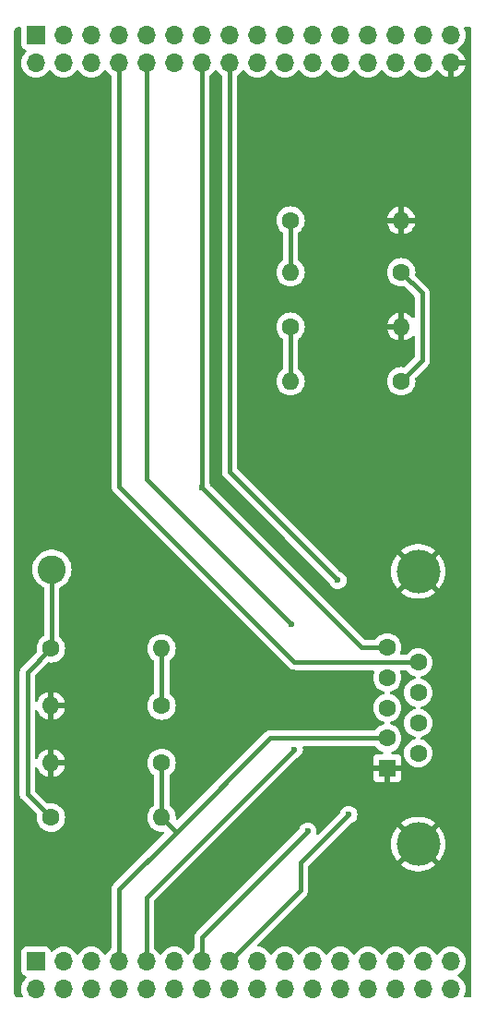
<source format=gtl>
G04 #@! TF.GenerationSoftware,KiCad,Pcbnew,8.0.7*
G04 #@! TF.CreationDate,2024-12-31T17:31:26-05:00*
G04 #@! TF.ProjectId,LauCameraTrigger_MimasA7,4c617543-616d-4657-9261-547269676765,rev?*
G04 #@! TF.SameCoordinates,Original*
G04 #@! TF.FileFunction,Copper,L1,Top*
G04 #@! TF.FilePolarity,Positive*
%FSLAX46Y46*%
G04 Gerber Fmt 4.6, Leading zero omitted, Abs format (unit mm)*
G04 Created by KiCad (PCBNEW 8.0.7) date 2024-12-31 17:31:26*
%MOMM*%
%LPD*%
G01*
G04 APERTURE LIST*
G04 #@! TA.AperFunction,ComponentPad*
%ADD10C,2.600000*%
G04 #@! TD*
G04 #@! TA.AperFunction,ComponentPad*
%ADD11C,1.600000*%
G04 #@! TD*
G04 #@! TA.AperFunction,ComponentPad*
%ADD12O,1.600000X1.600000*%
G04 #@! TD*
G04 #@! TA.AperFunction,ComponentPad*
%ADD13R,1.700000X1.700000*%
G04 #@! TD*
G04 #@! TA.AperFunction,ComponentPad*
%ADD14O,1.700000X1.700000*%
G04 #@! TD*
G04 #@! TA.AperFunction,ComponentPad*
%ADD15R,1.600000X1.600000*%
G04 #@! TD*
G04 #@! TA.AperFunction,ComponentPad*
%ADD16C,4.000000*%
G04 #@! TD*
G04 #@! TA.AperFunction,ViaPad*
%ADD17C,0.600000*%
G04 #@! TD*
G04 #@! TA.AperFunction,Conductor*
%ADD18C,0.400000*%
G04 #@! TD*
G04 APERTURE END LIST*
D10*
X54000000Y-100250000D03*
D11*
X53920000Y-123000000D03*
D12*
X64080000Y-123000000D03*
X64080000Y-107500000D03*
D11*
X53920000Y-107500000D03*
X86080000Y-73000000D03*
D12*
X75920000Y-73000000D03*
D11*
X86080000Y-83000000D03*
D12*
X75920000Y-83000000D03*
D11*
X64080000Y-112750000D03*
D12*
X53920000Y-112750000D03*
D11*
X75920000Y-68250000D03*
D12*
X86080000Y-68250000D03*
D11*
X75920000Y-78000000D03*
D12*
X86080000Y-78000000D03*
D11*
X64080000Y-118000000D03*
D12*
X53920000Y-118000000D03*
D13*
X52540000Y-136190000D03*
D14*
X52540000Y-138730000D03*
X55080000Y-136190000D03*
X55080000Y-138730000D03*
X57620000Y-136190000D03*
X57620000Y-138730000D03*
X60160000Y-136190000D03*
X60160000Y-138730000D03*
X62700000Y-136190000D03*
X62700000Y-138730000D03*
X65240000Y-136190000D03*
X65240000Y-138730000D03*
X67780000Y-136190000D03*
X67780000Y-138730000D03*
X70320000Y-136190000D03*
X70320000Y-138730000D03*
X72860000Y-136190000D03*
X72860000Y-138730000D03*
X75400000Y-136190000D03*
X75400000Y-138730000D03*
X77940000Y-136190000D03*
X77940000Y-138730000D03*
X80480000Y-136190000D03*
X80480000Y-138730000D03*
X83020000Y-136190000D03*
X83020000Y-138730000D03*
X85560000Y-136190000D03*
X85560000Y-138730000D03*
X88100000Y-136190000D03*
X88100000Y-138730000D03*
X90640000Y-136190000D03*
X90640000Y-138730000D03*
D13*
X52540000Y-51270000D03*
D14*
X52540000Y-53810000D03*
X55080000Y-51270000D03*
X55080000Y-53810000D03*
X57620000Y-51270000D03*
X57620000Y-53810000D03*
X60160000Y-51270000D03*
X60160000Y-53810000D03*
X62700000Y-51270000D03*
X62700000Y-53810000D03*
X65240000Y-51270000D03*
X65240000Y-53810000D03*
X67780000Y-51270000D03*
X67780000Y-53810000D03*
X70320000Y-51270000D03*
X70320000Y-53810000D03*
X72860000Y-51270000D03*
X72860000Y-53810000D03*
X75400000Y-51270000D03*
X75400000Y-53810000D03*
X77940000Y-51270000D03*
X77940000Y-53810000D03*
X80480000Y-51270000D03*
X80480000Y-53810000D03*
X83020000Y-51270000D03*
X83020000Y-53810000D03*
X85560000Y-51270000D03*
X85560000Y-53810000D03*
X88100000Y-51270000D03*
X88100000Y-53810000D03*
X90640000Y-51270000D03*
X90640000Y-53810000D03*
D11*
X87640000Y-108785000D03*
X87640000Y-111555000D03*
X87640000Y-114325000D03*
X87640000Y-117095000D03*
X84800000Y-107400000D03*
X84800000Y-110170000D03*
X84800000Y-112940000D03*
X84800000Y-115710000D03*
D15*
X84800000Y-118480000D03*
D16*
X87640000Y-100440000D03*
X87640000Y-125440000D03*
D17*
X67780000Y-92780000D03*
X80250000Y-101250000D03*
X76000000Y-105250000D03*
X81250000Y-122750000D03*
X77500000Y-124250000D03*
X76250000Y-116750000D03*
D18*
X86080000Y-73000000D02*
X88000000Y-74920000D01*
X88000000Y-74920000D02*
X88000000Y-81080000D01*
X88000000Y-81080000D02*
X86080000Y-83000000D01*
X75920000Y-68250000D02*
X75920000Y-73000000D01*
X75920000Y-83000000D02*
X75920000Y-78000000D01*
X60160000Y-129590000D02*
X65375000Y-124375000D01*
X65375000Y-124295000D02*
X65375000Y-124375000D01*
X65375000Y-124375000D02*
X74040000Y-115710000D01*
X64080000Y-123000000D02*
X65375000Y-124295000D01*
X64080000Y-118000000D02*
X64080000Y-123000000D01*
X64080000Y-107500000D02*
X64080000Y-112750000D01*
X53920000Y-107500000D02*
X51750000Y-109670000D01*
X51750000Y-109670000D02*
X51750000Y-120830000D01*
X51750000Y-120830000D02*
X53920000Y-123000000D01*
X54000000Y-100250000D02*
X54000000Y-107420000D01*
X54000000Y-107420000D02*
X53920000Y-107500000D01*
X76000000Y-97000000D02*
X80250000Y-101250000D01*
X67780000Y-53810000D02*
X67780000Y-92780000D01*
X82400000Y-107400000D02*
X84800000Y-107400000D01*
X67780000Y-92780000D02*
X82400000Y-107400000D01*
X62700000Y-53810000D02*
X62700000Y-91950000D01*
X62700000Y-91950000D02*
X76000000Y-105250000D01*
X76250000Y-108750000D02*
X76500000Y-108750000D01*
X76500000Y-108750000D02*
X76535000Y-108785000D01*
X76535000Y-108785000D02*
X87640000Y-108785000D01*
X67780000Y-136190000D02*
X67780000Y-133970000D01*
X67780000Y-133970000D02*
X77500000Y-124250000D01*
X62700000Y-130300000D02*
X76250000Y-116750000D01*
X62700000Y-136190000D02*
X62700000Y-130300000D01*
X60160000Y-136190000D02*
X60160000Y-129590000D01*
X74040000Y-115710000D02*
X84800000Y-115710000D01*
X76850000Y-127150000D02*
X81250000Y-122750000D01*
X76850000Y-129660000D02*
X76850000Y-127150000D01*
X70320000Y-136190000D02*
X76850000Y-129660000D01*
X70320000Y-91320000D02*
X76000000Y-97000000D01*
X70320000Y-53810000D02*
X70320000Y-91320000D01*
X60160000Y-92660000D02*
X76250000Y-108750000D01*
X60160000Y-53810000D02*
X60160000Y-92660000D01*
G04 #@! TA.AperFunction,Conductor*
G36*
X51132539Y-50520185D02*
G01*
X51178294Y-50572989D01*
X51189500Y-50624500D01*
X51189500Y-52167870D01*
X51189501Y-52167876D01*
X51195908Y-52227483D01*
X51246202Y-52362328D01*
X51246206Y-52362335D01*
X51332452Y-52477544D01*
X51332455Y-52477547D01*
X51447664Y-52563793D01*
X51447671Y-52563797D01*
X51579081Y-52612810D01*
X51635015Y-52654681D01*
X51659432Y-52720145D01*
X51644580Y-52788418D01*
X51623430Y-52816673D01*
X51501503Y-52938600D01*
X51365965Y-53132169D01*
X51365964Y-53132171D01*
X51266098Y-53346335D01*
X51266094Y-53346344D01*
X51204938Y-53574586D01*
X51204936Y-53574596D01*
X51184341Y-53809999D01*
X51184341Y-53810000D01*
X51204936Y-54045403D01*
X51204938Y-54045413D01*
X51266094Y-54273655D01*
X51266096Y-54273659D01*
X51266097Y-54273663D01*
X51346004Y-54445023D01*
X51365965Y-54487830D01*
X51365967Y-54487834D01*
X51474281Y-54642521D01*
X51501505Y-54681401D01*
X51668599Y-54848495D01*
X51765384Y-54916265D01*
X51862165Y-54984032D01*
X51862167Y-54984033D01*
X51862170Y-54984035D01*
X52076337Y-55083903D01*
X52304592Y-55145063D01*
X52492918Y-55161539D01*
X52539999Y-55165659D01*
X52540000Y-55165659D01*
X52540001Y-55165659D01*
X52579234Y-55162226D01*
X52775408Y-55145063D01*
X53003663Y-55083903D01*
X53217830Y-54984035D01*
X53411401Y-54848495D01*
X53578495Y-54681401D01*
X53708425Y-54495842D01*
X53763002Y-54452217D01*
X53832500Y-54445023D01*
X53894855Y-54476546D01*
X53911575Y-54495842D01*
X54041500Y-54681395D01*
X54041505Y-54681401D01*
X54208599Y-54848495D01*
X54305384Y-54916265D01*
X54402165Y-54984032D01*
X54402167Y-54984033D01*
X54402170Y-54984035D01*
X54616337Y-55083903D01*
X54844592Y-55145063D01*
X55032918Y-55161539D01*
X55079999Y-55165659D01*
X55080000Y-55165659D01*
X55080001Y-55165659D01*
X55119234Y-55162226D01*
X55315408Y-55145063D01*
X55543663Y-55083903D01*
X55757830Y-54984035D01*
X55951401Y-54848495D01*
X56118495Y-54681401D01*
X56248425Y-54495842D01*
X56303002Y-54452217D01*
X56372500Y-54445023D01*
X56434855Y-54476546D01*
X56451575Y-54495842D01*
X56581500Y-54681395D01*
X56581505Y-54681401D01*
X56748599Y-54848495D01*
X56845384Y-54916265D01*
X56942165Y-54984032D01*
X56942167Y-54984033D01*
X56942170Y-54984035D01*
X57156337Y-55083903D01*
X57384592Y-55145063D01*
X57572918Y-55161539D01*
X57619999Y-55165659D01*
X57620000Y-55165659D01*
X57620001Y-55165659D01*
X57659234Y-55162226D01*
X57855408Y-55145063D01*
X58083663Y-55083903D01*
X58297830Y-54984035D01*
X58491401Y-54848495D01*
X58658495Y-54681401D01*
X58788425Y-54495842D01*
X58843002Y-54452217D01*
X58912500Y-54445023D01*
X58974855Y-54476546D01*
X58991575Y-54495842D01*
X59121501Y-54681396D01*
X59121506Y-54681402D01*
X59288597Y-54848494D01*
X59406623Y-54931136D01*
X59450248Y-54985713D01*
X59459500Y-55032711D01*
X59459500Y-92591006D01*
X59459500Y-92728994D01*
X59459500Y-92728996D01*
X59459499Y-92728996D01*
X59486418Y-92864322D01*
X59486421Y-92864332D01*
X59539222Y-92991807D01*
X59615887Y-93106545D01*
X75803454Y-109294112D01*
X75918190Y-109370776D01*
X76016790Y-109411617D01*
X76045671Y-109423580D01*
X76045672Y-109423580D01*
X76045677Y-109423582D01*
X76072545Y-109428925D01*
X76072551Y-109428926D01*
X76072591Y-109428934D01*
X76162937Y-109446905D01*
X76181006Y-109450500D01*
X76181007Y-109450500D01*
X76286498Y-109450500D01*
X76324462Y-109458051D01*
X76324839Y-109456811D01*
X76330666Y-109458578D01*
X76330671Y-109458580D01*
X76357591Y-109463934D01*
X76447937Y-109481905D01*
X76466006Y-109485500D01*
X76466007Y-109485500D01*
X83489603Y-109485500D01*
X83556642Y-109505185D01*
X83602397Y-109557989D01*
X83612341Y-109627147D01*
X83601985Y-109661904D01*
X83573263Y-109723497D01*
X83573258Y-109723511D01*
X83514366Y-109943302D01*
X83514364Y-109943313D01*
X83494532Y-110169998D01*
X83494532Y-110170001D01*
X83514364Y-110396686D01*
X83514366Y-110396697D01*
X83573258Y-110616488D01*
X83573261Y-110616497D01*
X83669431Y-110822732D01*
X83669432Y-110822734D01*
X83799954Y-111009141D01*
X83960858Y-111170045D01*
X83960861Y-111170047D01*
X84147266Y-111300568D01*
X84353504Y-111396739D01*
X84353509Y-111396740D01*
X84353511Y-111396741D01*
X84497136Y-111435225D01*
X84556797Y-111471590D01*
X84587326Y-111534437D01*
X84579031Y-111603812D01*
X84534546Y-111657690D01*
X84497136Y-111674775D01*
X84353511Y-111713258D01*
X84353502Y-111713261D01*
X84147267Y-111809431D01*
X84147265Y-111809432D01*
X83960858Y-111939954D01*
X83799954Y-112100858D01*
X83669432Y-112287265D01*
X83669431Y-112287267D01*
X83573261Y-112493502D01*
X83573258Y-112493511D01*
X83514366Y-112713302D01*
X83514364Y-112713313D01*
X83494532Y-112939998D01*
X83494532Y-112940001D01*
X83514364Y-113166686D01*
X83514366Y-113166697D01*
X83573258Y-113386488D01*
X83573261Y-113386497D01*
X83669431Y-113592732D01*
X83669432Y-113592734D01*
X83799954Y-113779141D01*
X83960858Y-113940045D01*
X83960861Y-113940047D01*
X84147266Y-114070568D01*
X84353504Y-114166739D01*
X84353509Y-114166740D01*
X84353511Y-114166741D01*
X84497136Y-114205225D01*
X84556797Y-114241590D01*
X84587326Y-114304437D01*
X84579031Y-114373812D01*
X84534546Y-114427690D01*
X84497136Y-114444775D01*
X84353511Y-114483258D01*
X84353502Y-114483261D01*
X84147267Y-114579431D01*
X84147265Y-114579432D01*
X83960858Y-114709954D01*
X83799954Y-114870858D01*
X83739902Y-114956623D01*
X83685325Y-115000248D01*
X83638327Y-115009500D01*
X73971005Y-115009500D01*
X73835677Y-115036418D01*
X73835667Y-115036421D01*
X73708192Y-115089222D01*
X73593454Y-115165887D01*
X73593453Y-115165888D01*
X65590523Y-123168819D01*
X65529200Y-123202304D01*
X65459508Y-123197320D01*
X65403575Y-123155448D01*
X65379158Y-123089984D01*
X65379313Y-123070341D01*
X65385468Y-123000000D01*
X65365635Y-122773308D01*
X65306739Y-122553504D01*
X65210568Y-122347266D01*
X65080047Y-122160861D01*
X64919139Y-121999953D01*
X64868694Y-121964631D01*
X64833376Y-121939901D01*
X64789751Y-121885324D01*
X64780500Y-121838326D01*
X64780500Y-119161672D01*
X64800185Y-119094633D01*
X64833375Y-119060098D01*
X64919139Y-119000047D01*
X65080047Y-118839139D01*
X65210568Y-118652734D01*
X65306739Y-118446496D01*
X65365635Y-118226692D01*
X65385468Y-118000000D01*
X65365635Y-117773308D01*
X65306739Y-117553504D01*
X65210568Y-117347266D01*
X65080047Y-117160861D01*
X65080045Y-117160858D01*
X64919141Y-116999954D01*
X64732734Y-116869432D01*
X64732732Y-116869431D01*
X64526497Y-116773261D01*
X64526488Y-116773258D01*
X64306697Y-116714366D01*
X64306693Y-116714365D01*
X64306692Y-116714365D01*
X64306691Y-116714364D01*
X64306686Y-116714364D01*
X64080002Y-116694532D01*
X64079998Y-116694532D01*
X63853313Y-116714364D01*
X63853302Y-116714366D01*
X63633511Y-116773258D01*
X63633502Y-116773261D01*
X63427267Y-116869431D01*
X63427265Y-116869432D01*
X63240858Y-116999954D01*
X63079954Y-117160858D01*
X62949432Y-117347265D01*
X62949431Y-117347267D01*
X62853261Y-117553502D01*
X62853258Y-117553511D01*
X62794366Y-117773302D01*
X62794364Y-117773313D01*
X62774532Y-117999998D01*
X62774532Y-118000001D01*
X62794364Y-118226686D01*
X62794366Y-118226697D01*
X62853258Y-118446488D01*
X62853261Y-118446497D01*
X62949431Y-118652732D01*
X62949432Y-118652734D01*
X63079954Y-118839141D01*
X63240857Y-119000044D01*
X63240860Y-119000046D01*
X63240861Y-119000047D01*
X63326623Y-119060097D01*
X63370248Y-119114673D01*
X63379500Y-119161672D01*
X63379500Y-121838326D01*
X63359815Y-121905365D01*
X63326624Y-121939901D01*
X63240863Y-121999951D01*
X63079951Y-122160862D01*
X62949432Y-122347265D01*
X62949431Y-122347267D01*
X62853261Y-122553502D01*
X62853258Y-122553511D01*
X62794366Y-122773302D01*
X62794364Y-122773313D01*
X62774532Y-122999998D01*
X62774532Y-123000001D01*
X62794364Y-123226686D01*
X62794366Y-123226697D01*
X62853258Y-123446488D01*
X62853261Y-123446497D01*
X62949431Y-123652732D01*
X62949432Y-123652734D01*
X63079954Y-123839141D01*
X63240858Y-124000045D01*
X63240861Y-124000047D01*
X63427266Y-124130568D01*
X63633504Y-124226739D01*
X63633509Y-124226740D01*
X63633511Y-124226741D01*
X63686415Y-124240916D01*
X63853308Y-124285635D01*
X64009660Y-124299314D01*
X64079998Y-124305468D01*
X64079999Y-124305468D01*
X64079999Y-124305467D01*
X64080000Y-124305468D01*
X64150332Y-124299314D01*
X64218829Y-124313080D01*
X64269013Y-124361694D01*
X64284947Y-124429723D01*
X64261573Y-124495567D01*
X64248819Y-124510523D01*
X59615890Y-129143451D01*
X59615887Y-129143454D01*
X59569114Y-129213457D01*
X59554169Y-129235823D01*
X59539225Y-129258188D01*
X59539221Y-129258195D01*
X59486421Y-129385667D01*
X59486418Y-129385677D01*
X59459500Y-129521004D01*
X59459500Y-134967288D01*
X59439815Y-135034327D01*
X59406624Y-135068863D01*
X59288594Y-135151508D01*
X59121505Y-135318597D01*
X58991575Y-135504158D01*
X58936998Y-135547783D01*
X58867500Y-135554977D01*
X58805145Y-135523454D01*
X58788425Y-135504158D01*
X58658494Y-135318597D01*
X58491402Y-135151506D01*
X58491395Y-135151501D01*
X58297834Y-135015967D01*
X58297830Y-135015965D01*
X58294225Y-135014284D01*
X58083663Y-134916097D01*
X58083659Y-134916096D01*
X58083655Y-134916094D01*
X57855413Y-134854938D01*
X57855403Y-134854936D01*
X57620001Y-134834341D01*
X57619999Y-134834341D01*
X57384596Y-134854936D01*
X57384586Y-134854938D01*
X57156344Y-134916094D01*
X57156335Y-134916098D01*
X56942171Y-135015964D01*
X56942169Y-135015965D01*
X56748597Y-135151505D01*
X56581505Y-135318597D01*
X56451575Y-135504158D01*
X56396998Y-135547783D01*
X56327500Y-135554977D01*
X56265145Y-135523454D01*
X56248425Y-135504158D01*
X56118494Y-135318597D01*
X55951402Y-135151506D01*
X55951395Y-135151501D01*
X55757834Y-135015967D01*
X55757830Y-135015965D01*
X55754225Y-135014284D01*
X55543663Y-134916097D01*
X55543659Y-134916096D01*
X55543655Y-134916094D01*
X55315413Y-134854938D01*
X55315403Y-134854936D01*
X55080001Y-134834341D01*
X55079999Y-134834341D01*
X54844596Y-134854936D01*
X54844586Y-134854938D01*
X54616344Y-134916094D01*
X54616335Y-134916098D01*
X54402171Y-135015964D01*
X54402169Y-135015965D01*
X54208600Y-135151503D01*
X54086673Y-135273430D01*
X54025350Y-135306914D01*
X53955658Y-135301930D01*
X53899725Y-135260058D01*
X53882810Y-135229081D01*
X53833797Y-135097671D01*
X53833793Y-135097664D01*
X53747547Y-134982455D01*
X53747544Y-134982452D01*
X53632335Y-134896206D01*
X53632328Y-134896202D01*
X53497482Y-134845908D01*
X53497483Y-134845908D01*
X53437883Y-134839501D01*
X53437881Y-134839500D01*
X53437873Y-134839500D01*
X53437864Y-134839500D01*
X51642129Y-134839500D01*
X51642123Y-134839501D01*
X51582516Y-134845908D01*
X51447671Y-134896202D01*
X51447664Y-134896206D01*
X51332455Y-134982452D01*
X51332452Y-134982455D01*
X51246206Y-135097664D01*
X51246202Y-135097671D01*
X51195908Y-135232517D01*
X51189501Y-135292116D01*
X51189500Y-135292135D01*
X51189500Y-137087870D01*
X51189501Y-137087876D01*
X51195908Y-137147483D01*
X51246202Y-137282328D01*
X51246206Y-137282335D01*
X51332452Y-137397544D01*
X51332455Y-137397547D01*
X51447664Y-137483793D01*
X51447671Y-137483797D01*
X51579081Y-137532810D01*
X51635015Y-137574681D01*
X51659432Y-137640145D01*
X51644580Y-137708418D01*
X51623430Y-137736673D01*
X51501503Y-137858600D01*
X51365965Y-138052169D01*
X51365964Y-138052171D01*
X51266098Y-138266335D01*
X51266094Y-138266344D01*
X51204938Y-138494586D01*
X51204936Y-138494596D01*
X51184341Y-138729999D01*
X51184341Y-138730000D01*
X51204936Y-138965403D01*
X51204938Y-138965413D01*
X51266094Y-139193655D01*
X51266097Y-139193664D01*
X51270701Y-139203537D01*
X51326453Y-139323097D01*
X51336945Y-139392172D01*
X51308426Y-139455956D01*
X51249949Y-139494196D01*
X51214071Y-139499500D01*
X51006962Y-139499500D01*
X50993078Y-139498720D01*
X50980553Y-139497308D01*
X50902735Y-139488540D01*
X50875666Y-139482362D01*
X50796462Y-139454648D01*
X50771444Y-139442600D01*
X50700395Y-139397957D01*
X50678686Y-139380644D01*
X50619355Y-139321313D01*
X50602042Y-139299604D01*
X50557399Y-139228555D01*
X50545351Y-139203537D01*
X50544824Y-139202032D01*
X50517636Y-139124331D01*
X50511459Y-139097263D01*
X50501280Y-139006922D01*
X50500500Y-138993038D01*
X50500500Y-120898996D01*
X51049499Y-120898996D01*
X51076418Y-121034322D01*
X51076421Y-121034332D01*
X51129222Y-121161807D01*
X51205887Y-121276545D01*
X51205888Y-121276546D01*
X52598972Y-122669628D01*
X52632457Y-122730951D01*
X52634819Y-122768116D01*
X52614532Y-122999998D01*
X52614532Y-123000001D01*
X52634364Y-123226686D01*
X52634366Y-123226697D01*
X52693258Y-123446488D01*
X52693261Y-123446497D01*
X52789431Y-123652732D01*
X52789432Y-123652734D01*
X52919954Y-123839141D01*
X53080858Y-124000045D01*
X53080861Y-124000047D01*
X53267266Y-124130568D01*
X53473504Y-124226739D01*
X53473509Y-124226740D01*
X53473511Y-124226741D01*
X53526415Y-124240916D01*
X53693308Y-124285635D01*
X53849660Y-124299314D01*
X53919998Y-124305468D01*
X53920000Y-124305468D01*
X53920002Y-124305468D01*
X53990340Y-124299314D01*
X54146692Y-124285635D01*
X54366496Y-124226739D01*
X54572734Y-124130568D01*
X54759139Y-124000047D01*
X54920047Y-123839139D01*
X55050568Y-123652734D01*
X55146739Y-123446496D01*
X55205635Y-123226692D01*
X55225468Y-123000000D01*
X55205635Y-122773308D01*
X55146739Y-122553504D01*
X55050568Y-122347266D01*
X54920047Y-122160861D01*
X54920045Y-122160858D01*
X54759141Y-121999954D01*
X54572734Y-121869432D01*
X54572732Y-121869431D01*
X54366497Y-121773261D01*
X54366488Y-121773258D01*
X54146697Y-121714366D01*
X54146693Y-121714365D01*
X54146692Y-121714365D01*
X54146691Y-121714364D01*
X54146686Y-121714364D01*
X53920002Y-121694532D01*
X53919998Y-121694532D01*
X53688116Y-121714819D01*
X53619616Y-121701052D01*
X53589628Y-121678972D01*
X52486819Y-120576162D01*
X52453334Y-120514839D01*
X52450500Y-120488481D01*
X52450500Y-118480442D01*
X52470185Y-118413403D01*
X52522989Y-118367648D01*
X52592147Y-118357704D01*
X52655703Y-118386729D01*
X52690947Y-118441570D01*
X52691879Y-118441231D01*
X52693381Y-118445358D01*
X52693477Y-118445507D01*
X52693616Y-118446003D01*
X52693734Y-118446326D01*
X52789865Y-118652482D01*
X52920342Y-118838820D01*
X53081179Y-118999657D01*
X53267517Y-119130134D01*
X53473673Y-119226265D01*
X53473682Y-119226269D01*
X53669999Y-119278872D01*
X53670000Y-119278871D01*
X53670000Y-118315686D01*
X53674394Y-118320080D01*
X53765606Y-118372741D01*
X53867339Y-118400000D01*
X53972661Y-118400000D01*
X54074394Y-118372741D01*
X54165606Y-118320080D01*
X54170000Y-118315686D01*
X54170000Y-119278872D01*
X54366317Y-119226269D01*
X54366326Y-119226265D01*
X54572482Y-119130134D01*
X54758820Y-118999657D01*
X54919657Y-118838820D01*
X55050134Y-118652482D01*
X55146265Y-118446326D01*
X55146269Y-118446317D01*
X55198872Y-118250000D01*
X54235686Y-118250000D01*
X54240080Y-118245606D01*
X54292741Y-118154394D01*
X54320000Y-118052661D01*
X54320000Y-117947339D01*
X54292741Y-117845606D01*
X54240080Y-117754394D01*
X54235686Y-117750000D01*
X55198872Y-117750000D01*
X55198872Y-117749999D01*
X55146269Y-117553682D01*
X55146265Y-117553673D01*
X55050134Y-117347517D01*
X54919657Y-117161179D01*
X54758820Y-117000342D01*
X54572482Y-116869865D01*
X54366328Y-116773734D01*
X54170000Y-116721127D01*
X54170000Y-117684314D01*
X54165606Y-117679920D01*
X54074394Y-117627259D01*
X53972661Y-117600000D01*
X53867339Y-117600000D01*
X53765606Y-117627259D01*
X53674394Y-117679920D01*
X53670000Y-117684314D01*
X53670000Y-116721127D01*
X53473671Y-116773734D01*
X53267517Y-116869865D01*
X53081179Y-117000342D01*
X52920342Y-117161179D01*
X52789865Y-117347517D01*
X52693734Y-117553673D01*
X52691879Y-117558769D01*
X52690290Y-117558190D01*
X52657904Y-117611316D01*
X52595055Y-117641841D01*
X52525680Y-117633542D01*
X52471805Y-117589053D01*
X52450535Y-117522500D01*
X52450500Y-117519557D01*
X52450500Y-113230442D01*
X52470185Y-113163403D01*
X52522989Y-113117648D01*
X52592147Y-113107704D01*
X52655703Y-113136729D01*
X52690947Y-113191570D01*
X52691879Y-113191231D01*
X52693381Y-113195358D01*
X52693477Y-113195507D01*
X52693616Y-113196003D01*
X52693734Y-113196326D01*
X52789865Y-113402482D01*
X52920342Y-113588820D01*
X53081179Y-113749657D01*
X53267517Y-113880134D01*
X53473673Y-113976265D01*
X53473682Y-113976269D01*
X53669999Y-114028872D01*
X53670000Y-114028871D01*
X53670000Y-113065686D01*
X53674394Y-113070080D01*
X53765606Y-113122741D01*
X53867339Y-113150000D01*
X53972661Y-113150000D01*
X54074394Y-113122741D01*
X54165606Y-113070080D01*
X54170000Y-113065686D01*
X54170000Y-114028872D01*
X54366317Y-113976269D01*
X54366326Y-113976265D01*
X54572482Y-113880134D01*
X54758820Y-113749657D01*
X54919657Y-113588820D01*
X55050134Y-113402482D01*
X55146265Y-113196326D01*
X55146269Y-113196317D01*
X55198872Y-113000000D01*
X54235686Y-113000000D01*
X54240080Y-112995606D01*
X54292741Y-112904394D01*
X54320000Y-112802661D01*
X54320000Y-112697339D01*
X54292741Y-112595606D01*
X54240080Y-112504394D01*
X54235686Y-112500000D01*
X55198872Y-112500000D01*
X55198872Y-112499999D01*
X55146269Y-112303682D01*
X55146265Y-112303673D01*
X55050134Y-112097517D01*
X54919657Y-111911179D01*
X54758820Y-111750342D01*
X54572482Y-111619865D01*
X54366328Y-111523734D01*
X54170000Y-111471127D01*
X54170000Y-112434314D01*
X54165606Y-112429920D01*
X54074394Y-112377259D01*
X53972661Y-112350000D01*
X53867339Y-112350000D01*
X53765606Y-112377259D01*
X53674394Y-112429920D01*
X53670000Y-112434314D01*
X53670000Y-111471127D01*
X53473671Y-111523734D01*
X53267517Y-111619865D01*
X53081179Y-111750342D01*
X52920342Y-111911179D01*
X52789865Y-112097517D01*
X52693734Y-112303673D01*
X52691879Y-112308769D01*
X52690290Y-112308190D01*
X52657904Y-112361316D01*
X52595055Y-112391841D01*
X52525680Y-112383542D01*
X52471805Y-112339053D01*
X52450535Y-112272500D01*
X52450500Y-112269557D01*
X52450500Y-110011517D01*
X52470185Y-109944478D01*
X52486814Y-109923840D01*
X53589629Y-108821025D01*
X53650950Y-108787542D01*
X53688116Y-108785180D01*
X53693303Y-108785633D01*
X53693308Y-108785635D01*
X53896015Y-108803369D01*
X53919999Y-108805468D01*
X53920000Y-108805468D01*
X53920002Y-108805468D01*
X53976673Y-108800509D01*
X54146692Y-108785635D01*
X54366496Y-108726739D01*
X54572734Y-108630568D01*
X54759139Y-108500047D01*
X54920047Y-108339139D01*
X55050568Y-108152734D01*
X55146739Y-107946496D01*
X55205635Y-107726692D01*
X55225468Y-107500000D01*
X55225468Y-107499998D01*
X62774532Y-107499998D01*
X62774532Y-107500001D01*
X62794364Y-107726686D01*
X62794366Y-107726697D01*
X62853258Y-107946488D01*
X62853261Y-107946497D01*
X62949431Y-108152732D01*
X62949432Y-108152734D01*
X63079954Y-108339141D01*
X63240857Y-108500044D01*
X63240860Y-108500046D01*
X63240861Y-108500047D01*
X63326623Y-108560097D01*
X63370248Y-108614673D01*
X63379500Y-108661672D01*
X63379500Y-111588326D01*
X63359815Y-111655365D01*
X63326624Y-111689901D01*
X63240863Y-111749951D01*
X63079951Y-111910862D01*
X62949432Y-112097265D01*
X62949431Y-112097267D01*
X62853261Y-112303502D01*
X62853258Y-112303511D01*
X62794366Y-112523302D01*
X62794364Y-112523313D01*
X62774532Y-112749998D01*
X62774532Y-112750001D01*
X62794364Y-112976686D01*
X62794366Y-112976697D01*
X62853258Y-113196488D01*
X62853261Y-113196497D01*
X62949431Y-113402732D01*
X62949432Y-113402734D01*
X63079954Y-113589141D01*
X63240858Y-113750045D01*
X63240861Y-113750047D01*
X63427266Y-113880568D01*
X63633504Y-113976739D01*
X63853308Y-114035635D01*
X64015230Y-114049801D01*
X64079998Y-114055468D01*
X64080000Y-114055468D01*
X64080002Y-114055468D01*
X64136673Y-114050509D01*
X64306692Y-114035635D01*
X64526496Y-113976739D01*
X64732734Y-113880568D01*
X64919139Y-113750047D01*
X65080047Y-113589139D01*
X65210568Y-113402734D01*
X65306739Y-113196496D01*
X65365635Y-112976692D01*
X65385468Y-112750000D01*
X65365635Y-112523308D01*
X65306739Y-112303504D01*
X65210568Y-112097266D01*
X65080047Y-111910861D01*
X64919139Y-111749953D01*
X64833376Y-111689901D01*
X64789751Y-111635324D01*
X64780500Y-111588326D01*
X64780500Y-108661672D01*
X64800185Y-108594633D01*
X64833375Y-108560098D01*
X64919139Y-108500047D01*
X65080047Y-108339139D01*
X65210568Y-108152734D01*
X65306739Y-107946496D01*
X65365635Y-107726692D01*
X65385468Y-107500000D01*
X65385412Y-107499365D01*
X65365635Y-107273313D01*
X65365635Y-107273308D01*
X65306739Y-107053504D01*
X65210568Y-106847266D01*
X65093319Y-106679815D01*
X65080045Y-106660858D01*
X64919141Y-106499954D01*
X64732734Y-106369432D01*
X64732732Y-106369431D01*
X64526497Y-106273261D01*
X64526488Y-106273258D01*
X64306697Y-106214366D01*
X64306693Y-106214365D01*
X64306692Y-106214365D01*
X64306691Y-106214364D01*
X64306686Y-106214364D01*
X64080002Y-106194532D01*
X64079998Y-106194532D01*
X63853313Y-106214364D01*
X63853302Y-106214366D01*
X63633511Y-106273258D01*
X63633502Y-106273261D01*
X63427267Y-106369431D01*
X63427265Y-106369432D01*
X63240858Y-106499954D01*
X63079954Y-106660858D01*
X62949432Y-106847265D01*
X62949431Y-106847267D01*
X62853261Y-107053502D01*
X62853258Y-107053511D01*
X62794366Y-107273302D01*
X62794364Y-107273313D01*
X62774532Y-107499998D01*
X55225468Y-107499998D01*
X55225412Y-107499365D01*
X55205635Y-107273313D01*
X55205635Y-107273308D01*
X55146739Y-107053504D01*
X55050568Y-106847266D01*
X54933319Y-106679815D01*
X54920048Y-106660862D01*
X54905809Y-106646623D01*
X54759139Y-106499953D01*
X54753374Y-106495916D01*
X54709751Y-106441339D01*
X54700500Y-106394343D01*
X54700500Y-101988975D01*
X54720185Y-101921936D01*
X54770699Y-101877255D01*
X54902767Y-101813655D01*
X54902767Y-101813654D01*
X54902775Y-101813651D01*
X55125741Y-101661635D01*
X55323561Y-101478085D01*
X55491815Y-101267102D01*
X55626743Y-101033398D01*
X55725334Y-100782195D01*
X55785383Y-100519103D01*
X55805549Y-100250000D01*
X55796260Y-100126050D01*
X55785383Y-99980898D01*
X55725335Y-99717811D01*
X55725334Y-99717805D01*
X55626743Y-99466602D01*
X55491815Y-99232898D01*
X55323561Y-99021915D01*
X55323560Y-99021914D01*
X55323557Y-99021910D01*
X55125741Y-98838365D01*
X54902775Y-98686349D01*
X54902769Y-98686346D01*
X54902768Y-98686345D01*
X54902767Y-98686344D01*
X54659643Y-98569263D01*
X54659645Y-98569263D01*
X54401773Y-98489720D01*
X54401767Y-98489718D01*
X54134936Y-98449500D01*
X54134929Y-98449500D01*
X53865071Y-98449500D01*
X53865063Y-98449500D01*
X53598232Y-98489718D01*
X53598226Y-98489720D01*
X53340358Y-98569262D01*
X53097230Y-98686346D01*
X52874258Y-98838365D01*
X52676442Y-99021910D01*
X52508185Y-99232898D01*
X52373258Y-99466599D01*
X52373256Y-99466603D01*
X52274666Y-99717804D01*
X52274664Y-99717811D01*
X52214616Y-99980898D01*
X52194451Y-100249995D01*
X52194451Y-100250004D01*
X52214616Y-100519101D01*
X52225303Y-100565923D01*
X52274666Y-100782195D01*
X52373257Y-101033398D01*
X52508185Y-101267102D01*
X52637493Y-101429249D01*
X52676442Y-101478089D01*
X52807317Y-101599522D01*
X52874259Y-101661635D01*
X53097226Y-101813651D01*
X53097231Y-101813653D01*
X53097232Y-101813654D01*
X53097233Y-101813655D01*
X53229301Y-101877255D01*
X53281161Y-101924077D01*
X53299500Y-101988975D01*
X53299500Y-106282310D01*
X53279815Y-106349349D01*
X53246623Y-106383885D01*
X53080859Y-106499953D01*
X52919954Y-106660858D01*
X52789432Y-106847265D01*
X52789431Y-106847267D01*
X52693261Y-107053502D01*
X52693258Y-107053511D01*
X52634366Y-107273302D01*
X52634364Y-107273313D01*
X52614532Y-107499998D01*
X52614532Y-107500001D01*
X52634819Y-107731882D01*
X52621052Y-107800382D01*
X52598972Y-107830370D01*
X51205883Y-109223459D01*
X51182197Y-109258911D01*
X51182195Y-109258914D01*
X51129228Y-109338183D01*
X51129221Y-109338195D01*
X51076421Y-109465667D01*
X51076418Y-109465677D01*
X51049500Y-109601004D01*
X51049500Y-109601007D01*
X51049500Y-120761006D01*
X51049500Y-120898994D01*
X51049500Y-120898996D01*
X51049499Y-120898996D01*
X50500500Y-120898996D01*
X50500500Y-51006961D01*
X50501280Y-50993077D01*
X50511459Y-50902731D01*
X50517635Y-50875670D01*
X50545353Y-50796456D01*
X50557396Y-50771450D01*
X50602046Y-50700389D01*
X50619351Y-50678690D01*
X50678690Y-50619351D01*
X50700389Y-50602046D01*
X50771450Y-50557396D01*
X50796456Y-50545353D01*
X50875670Y-50517635D01*
X50902733Y-50511459D01*
X50965419Y-50504396D01*
X50993079Y-50501280D01*
X51006962Y-50500500D01*
X51065500Y-50500500D01*
X51132539Y-50520185D01*
G37*
G04 #@! TD.AperFunction*
G04 #@! TA.AperFunction,Conductor*
G36*
X92442539Y-50520185D02*
G01*
X92488294Y-50572989D01*
X92499500Y-50624500D01*
X92499500Y-139375500D01*
X92479815Y-139442539D01*
X92427011Y-139488294D01*
X92375500Y-139499500D01*
X91965929Y-139499500D01*
X91898890Y-139479815D01*
X91853135Y-139427011D01*
X91843191Y-139357853D01*
X91853545Y-139323099D01*
X91913903Y-139193663D01*
X91975063Y-138965408D01*
X91995659Y-138730000D01*
X91975063Y-138494592D01*
X91913903Y-138266337D01*
X91814035Y-138052171D01*
X91808425Y-138044158D01*
X91678494Y-137858597D01*
X91511402Y-137691506D01*
X91511396Y-137691501D01*
X91325842Y-137561575D01*
X91282217Y-137506998D01*
X91275023Y-137437500D01*
X91306546Y-137375145D01*
X91325842Y-137358425D01*
X91348026Y-137342891D01*
X91511401Y-137228495D01*
X91678495Y-137061401D01*
X91814035Y-136867830D01*
X91913903Y-136653663D01*
X91975063Y-136425408D01*
X91995659Y-136190000D01*
X91975063Y-135954592D01*
X91913903Y-135726337D01*
X91814035Y-135512171D01*
X91808425Y-135504158D01*
X91678494Y-135318597D01*
X91511402Y-135151506D01*
X91511395Y-135151501D01*
X91317834Y-135015967D01*
X91317830Y-135015965D01*
X91314225Y-135014284D01*
X91103663Y-134916097D01*
X91103659Y-134916096D01*
X91103655Y-134916094D01*
X90875413Y-134854938D01*
X90875403Y-134854936D01*
X90640001Y-134834341D01*
X90639999Y-134834341D01*
X90404596Y-134854936D01*
X90404586Y-134854938D01*
X90176344Y-134916094D01*
X90176335Y-134916098D01*
X89962171Y-135015964D01*
X89962169Y-135015965D01*
X89768597Y-135151505D01*
X89601505Y-135318597D01*
X89471575Y-135504158D01*
X89416998Y-135547783D01*
X89347500Y-135554977D01*
X89285145Y-135523454D01*
X89268425Y-135504158D01*
X89138494Y-135318597D01*
X88971402Y-135151506D01*
X88971395Y-135151501D01*
X88777834Y-135015967D01*
X88777830Y-135015965D01*
X88774225Y-135014284D01*
X88563663Y-134916097D01*
X88563659Y-134916096D01*
X88563655Y-134916094D01*
X88335413Y-134854938D01*
X88335403Y-134854936D01*
X88100001Y-134834341D01*
X88099999Y-134834341D01*
X87864596Y-134854936D01*
X87864586Y-134854938D01*
X87636344Y-134916094D01*
X87636335Y-134916098D01*
X87422171Y-135015964D01*
X87422169Y-135015965D01*
X87228597Y-135151505D01*
X87061505Y-135318597D01*
X86931575Y-135504158D01*
X86876998Y-135547783D01*
X86807500Y-135554977D01*
X86745145Y-135523454D01*
X86728425Y-135504158D01*
X86598494Y-135318597D01*
X86431402Y-135151506D01*
X86431395Y-135151501D01*
X86237834Y-135015967D01*
X86237830Y-135015965D01*
X86234225Y-135014284D01*
X86023663Y-134916097D01*
X86023659Y-134916096D01*
X86023655Y-134916094D01*
X85795413Y-134854938D01*
X85795403Y-134854936D01*
X85560001Y-134834341D01*
X85559999Y-134834341D01*
X85324596Y-134854936D01*
X85324586Y-134854938D01*
X85096344Y-134916094D01*
X85096335Y-134916098D01*
X84882171Y-135015964D01*
X84882169Y-135015965D01*
X84688597Y-135151505D01*
X84521505Y-135318597D01*
X84391575Y-135504158D01*
X84336998Y-135547783D01*
X84267500Y-135554977D01*
X84205145Y-135523454D01*
X84188425Y-135504158D01*
X84058494Y-135318597D01*
X83891402Y-135151506D01*
X83891395Y-135151501D01*
X83697834Y-135015967D01*
X83697830Y-135015965D01*
X83694225Y-135014284D01*
X83483663Y-134916097D01*
X83483659Y-134916096D01*
X83483655Y-134916094D01*
X83255413Y-134854938D01*
X83255403Y-134854936D01*
X83020001Y-134834341D01*
X83019999Y-134834341D01*
X82784596Y-134854936D01*
X82784586Y-134854938D01*
X82556344Y-134916094D01*
X82556335Y-134916098D01*
X82342171Y-135015964D01*
X82342169Y-135015965D01*
X82148597Y-135151505D01*
X81981505Y-135318597D01*
X81851575Y-135504158D01*
X81796998Y-135547783D01*
X81727500Y-135554977D01*
X81665145Y-135523454D01*
X81648425Y-135504158D01*
X81518494Y-135318597D01*
X81351402Y-135151506D01*
X81351395Y-135151501D01*
X81157834Y-135015967D01*
X81157830Y-135015965D01*
X81154225Y-135014284D01*
X80943663Y-134916097D01*
X80943659Y-134916096D01*
X80943655Y-134916094D01*
X80715413Y-134854938D01*
X80715403Y-134854936D01*
X80480001Y-134834341D01*
X80479999Y-134834341D01*
X80244596Y-134854936D01*
X80244586Y-134854938D01*
X80016344Y-134916094D01*
X80016335Y-134916098D01*
X79802171Y-135015964D01*
X79802169Y-135015965D01*
X79608597Y-135151505D01*
X79441505Y-135318597D01*
X79311575Y-135504158D01*
X79256998Y-135547783D01*
X79187500Y-135554977D01*
X79125145Y-135523454D01*
X79108425Y-135504158D01*
X78978494Y-135318597D01*
X78811402Y-135151506D01*
X78811395Y-135151501D01*
X78617834Y-135015967D01*
X78617830Y-135015965D01*
X78614225Y-135014284D01*
X78403663Y-134916097D01*
X78403659Y-134916096D01*
X78403655Y-134916094D01*
X78175413Y-134854938D01*
X78175403Y-134854936D01*
X77940001Y-134834341D01*
X77939999Y-134834341D01*
X77704596Y-134854936D01*
X77704586Y-134854938D01*
X77476344Y-134916094D01*
X77476335Y-134916098D01*
X77262171Y-135015964D01*
X77262169Y-135015965D01*
X77068597Y-135151505D01*
X76901505Y-135318597D01*
X76771575Y-135504158D01*
X76716998Y-135547783D01*
X76647500Y-135554977D01*
X76585145Y-135523454D01*
X76568425Y-135504158D01*
X76438494Y-135318597D01*
X76271402Y-135151506D01*
X76271395Y-135151501D01*
X76077834Y-135015967D01*
X76077830Y-135015965D01*
X76074225Y-135014284D01*
X75863663Y-134916097D01*
X75863659Y-134916096D01*
X75863655Y-134916094D01*
X75635413Y-134854938D01*
X75635403Y-134854936D01*
X75400001Y-134834341D01*
X75399999Y-134834341D01*
X75164596Y-134854936D01*
X75164586Y-134854938D01*
X74936344Y-134916094D01*
X74936335Y-134916098D01*
X74722171Y-135015964D01*
X74722169Y-135015965D01*
X74528597Y-135151505D01*
X74361505Y-135318597D01*
X74231575Y-135504158D01*
X74176998Y-135547783D01*
X74107500Y-135554977D01*
X74045145Y-135523454D01*
X74028425Y-135504158D01*
X73898494Y-135318597D01*
X73731402Y-135151506D01*
X73731395Y-135151501D01*
X73537834Y-135015967D01*
X73537830Y-135015965D01*
X73534225Y-135014284D01*
X73323663Y-134916097D01*
X73323659Y-134916096D01*
X73323655Y-134916094D01*
X73095413Y-134854938D01*
X73095403Y-134854936D01*
X72946802Y-134841935D01*
X72881733Y-134816482D01*
X72840755Y-134759891D01*
X72836877Y-134690129D01*
X72869927Y-134630728D01*
X77394114Y-130106543D01*
X77470775Y-129991811D01*
X77523580Y-129864328D01*
X77550500Y-129728994D01*
X77550500Y-129591006D01*
X77550500Y-127491518D01*
X77570185Y-127424479D01*
X77586814Y-127403842D01*
X79550661Y-125439994D01*
X85135057Y-125439994D01*
X85135057Y-125440005D01*
X85154807Y-125753942D01*
X85154808Y-125753949D01*
X85213755Y-126062958D01*
X85310963Y-126362132D01*
X85310965Y-126362137D01*
X85444900Y-126646761D01*
X85444903Y-126646767D01*
X85613452Y-126912359D01*
X85704286Y-127022158D01*
X86345747Y-126380697D01*
X86419588Y-126482330D01*
X86597670Y-126660412D01*
X86699300Y-126734251D01*
X86054972Y-127378579D01*
X86297780Y-127554990D01*
X86297790Y-127554996D01*
X86573447Y-127706540D01*
X86573455Y-127706544D01*
X86865926Y-127822340D01*
X87170620Y-127900573D01*
X87170629Y-127900575D01*
X87482701Y-127939999D01*
X87482715Y-127940000D01*
X87797285Y-127940000D01*
X87797298Y-127939999D01*
X88109370Y-127900575D01*
X88109379Y-127900573D01*
X88414073Y-127822340D01*
X88706544Y-127706544D01*
X88706552Y-127706540D01*
X88982203Y-127555000D01*
X88982214Y-127554993D01*
X89225025Y-127378579D01*
X89225026Y-127378579D01*
X88580698Y-126734251D01*
X88682330Y-126660412D01*
X88860412Y-126482330D01*
X88934252Y-126380698D01*
X89575712Y-127022158D01*
X89666544Y-126912364D01*
X89835096Y-126646767D01*
X89835099Y-126646761D01*
X89969034Y-126362137D01*
X89969036Y-126362132D01*
X90066244Y-126062958D01*
X90125191Y-125753949D01*
X90125192Y-125753942D01*
X90144943Y-125440005D01*
X90144943Y-125439994D01*
X90125192Y-125126057D01*
X90125191Y-125126050D01*
X90066244Y-124817041D01*
X89969036Y-124517867D01*
X89969034Y-124517862D01*
X89835099Y-124233238D01*
X89835096Y-124233232D01*
X89666544Y-123967635D01*
X89575712Y-123857839D01*
X88934251Y-124499300D01*
X88860412Y-124397670D01*
X88682330Y-124219588D01*
X88580697Y-124145747D01*
X89225026Y-123501419D01*
X88982219Y-123325009D01*
X88982209Y-123325003D01*
X88706552Y-123173459D01*
X88706544Y-123173455D01*
X88414073Y-123057659D01*
X88109379Y-122979426D01*
X88109370Y-122979424D01*
X87797298Y-122940000D01*
X87482701Y-122940000D01*
X87170629Y-122979424D01*
X87170620Y-122979426D01*
X86865926Y-123057659D01*
X86573455Y-123173455D01*
X86573447Y-123173459D01*
X86297790Y-123325003D01*
X86297772Y-123325014D01*
X86054973Y-123501417D01*
X86054972Y-123501419D01*
X86699301Y-124145748D01*
X86597670Y-124219588D01*
X86419588Y-124397670D01*
X86345748Y-124499301D01*
X85704286Y-123857839D01*
X85613460Y-123967628D01*
X85613457Y-123967632D01*
X85444903Y-124233232D01*
X85444900Y-124233238D01*
X85310965Y-124517862D01*
X85310963Y-124517867D01*
X85213755Y-124817041D01*
X85154808Y-125126050D01*
X85154807Y-125126057D01*
X85135057Y-125439994D01*
X79550661Y-125439994D01*
X81449290Y-123541365D01*
X81496013Y-123512007D01*
X81599522Y-123475789D01*
X81752262Y-123379816D01*
X81879816Y-123252262D01*
X81975789Y-123099522D01*
X82035368Y-122929255D01*
X82035369Y-122929249D01*
X82055565Y-122750003D01*
X82055565Y-122749996D01*
X82035369Y-122570750D01*
X82035368Y-122570745D01*
X81975788Y-122400476D01*
X81879815Y-122247737D01*
X81752262Y-122120184D01*
X81599523Y-122024211D01*
X81429254Y-121964631D01*
X81429249Y-121964630D01*
X81250004Y-121944435D01*
X81249996Y-121944435D01*
X81070750Y-121964630D01*
X81070745Y-121964631D01*
X80900476Y-122024211D01*
X80747737Y-122120184D01*
X80620184Y-122247737D01*
X80524212Y-122400475D01*
X80524211Y-122400476D01*
X80487992Y-122503984D01*
X80458632Y-122550709D01*
X78498523Y-124510818D01*
X78437200Y-124544303D01*
X78367508Y-124539319D01*
X78311575Y-124497447D01*
X78287158Y-124431983D01*
X78287622Y-124409254D01*
X78305565Y-124250003D01*
X78305565Y-124249996D01*
X78285369Y-124070750D01*
X78285368Y-124070745D01*
X78225788Y-123900476D01*
X78129815Y-123747737D01*
X78002262Y-123620184D01*
X77849523Y-123524211D01*
X77679254Y-123464631D01*
X77679249Y-123464630D01*
X77500004Y-123444435D01*
X77499996Y-123444435D01*
X77320750Y-123464630D01*
X77320745Y-123464631D01*
X77150476Y-123524211D01*
X76997737Y-123620184D01*
X76870184Y-123747737D01*
X76774212Y-123900475D01*
X76774211Y-123900476D01*
X76737992Y-124003984D01*
X76708632Y-124050709D01*
X67235887Y-133523454D01*
X67159222Y-133638192D01*
X67106421Y-133765667D01*
X67106418Y-133765677D01*
X67079500Y-133901004D01*
X67079500Y-134967288D01*
X67059815Y-135034327D01*
X67026624Y-135068863D01*
X66908594Y-135151508D01*
X66741505Y-135318597D01*
X66611575Y-135504158D01*
X66556998Y-135547783D01*
X66487500Y-135554977D01*
X66425145Y-135523454D01*
X66408425Y-135504158D01*
X66278494Y-135318597D01*
X66111402Y-135151506D01*
X66111395Y-135151501D01*
X65917834Y-135015967D01*
X65917830Y-135015965D01*
X65914225Y-135014284D01*
X65703663Y-134916097D01*
X65703659Y-134916096D01*
X65703655Y-134916094D01*
X65475413Y-134854938D01*
X65475403Y-134854936D01*
X65240001Y-134834341D01*
X65239999Y-134834341D01*
X65004596Y-134854936D01*
X65004586Y-134854938D01*
X64776344Y-134916094D01*
X64776335Y-134916098D01*
X64562171Y-135015964D01*
X64562169Y-135015965D01*
X64368597Y-135151505D01*
X64201505Y-135318597D01*
X64071575Y-135504158D01*
X64016998Y-135547783D01*
X63947500Y-135554977D01*
X63885145Y-135523454D01*
X63868425Y-135504158D01*
X63738494Y-135318597D01*
X63571404Y-135151508D01*
X63571402Y-135151506D01*
X63571401Y-135151505D01*
X63571396Y-135151501D01*
X63571393Y-135151499D01*
X63453376Y-135068861D01*
X63409751Y-135014284D01*
X63400500Y-134967287D01*
X63400500Y-130641518D01*
X63420185Y-130574479D01*
X63436814Y-130553842D01*
X76449290Y-117541365D01*
X76496013Y-117512007D01*
X76599522Y-117475789D01*
X76752262Y-117379816D01*
X76879816Y-117252262D01*
X76975789Y-117099522D01*
X77035368Y-116929255D01*
X77042060Y-116869865D01*
X77055565Y-116750003D01*
X77055565Y-116749996D01*
X77035369Y-116570750D01*
X77033818Y-116563953D01*
X77036400Y-116563363D01*
X77033453Y-116505682D01*
X77068179Y-116445053D01*
X77130171Y-116412823D01*
X77154058Y-116410500D01*
X83638327Y-116410500D01*
X83705366Y-116430185D01*
X83739902Y-116463377D01*
X83799954Y-116549141D01*
X83960858Y-116710045D01*
X83960861Y-116710047D01*
X84147266Y-116840568D01*
X84353504Y-116936739D01*
X84353506Y-116936739D01*
X84358598Y-116938593D01*
X84358030Y-116940152D01*
X84411247Y-116972592D01*
X84441775Y-117035440D01*
X84433478Y-117104815D01*
X84388991Y-117158692D01*
X84322439Y-117179965D01*
X84319491Y-117180000D01*
X83952155Y-117180000D01*
X83892627Y-117186401D01*
X83892620Y-117186403D01*
X83757913Y-117236645D01*
X83757906Y-117236649D01*
X83642812Y-117322809D01*
X83642809Y-117322812D01*
X83556649Y-117437906D01*
X83556645Y-117437913D01*
X83506403Y-117572620D01*
X83506401Y-117572627D01*
X83500000Y-117632155D01*
X83500000Y-118230000D01*
X84366988Y-118230000D01*
X84334075Y-118287007D01*
X84300000Y-118414174D01*
X84300000Y-118545826D01*
X84334075Y-118672993D01*
X84366988Y-118730000D01*
X83500000Y-118730000D01*
X83500000Y-119327844D01*
X83506401Y-119387372D01*
X83506403Y-119387379D01*
X83556645Y-119522086D01*
X83556649Y-119522093D01*
X83642809Y-119637187D01*
X83642812Y-119637190D01*
X83757906Y-119723350D01*
X83757913Y-119723354D01*
X83892620Y-119773596D01*
X83892627Y-119773598D01*
X83952155Y-119779999D01*
X83952172Y-119780000D01*
X84550000Y-119780000D01*
X84550000Y-118913012D01*
X84607007Y-118945925D01*
X84734174Y-118980000D01*
X84865826Y-118980000D01*
X84992993Y-118945925D01*
X85050000Y-118913012D01*
X85050000Y-119780000D01*
X85647828Y-119780000D01*
X85647844Y-119779999D01*
X85707372Y-119773598D01*
X85707379Y-119773596D01*
X85842086Y-119723354D01*
X85842093Y-119723350D01*
X85957187Y-119637190D01*
X85957190Y-119637187D01*
X86043350Y-119522093D01*
X86043354Y-119522086D01*
X86093596Y-119387379D01*
X86093598Y-119387372D01*
X86099999Y-119327844D01*
X86100000Y-119327827D01*
X86100000Y-118730000D01*
X85233012Y-118730000D01*
X85265925Y-118672993D01*
X85300000Y-118545826D01*
X85300000Y-118414174D01*
X85265925Y-118287007D01*
X85233012Y-118230000D01*
X86100000Y-118230000D01*
X86100000Y-117632172D01*
X86099999Y-117632155D01*
X86093598Y-117572627D01*
X86093596Y-117572620D01*
X86043354Y-117437913D01*
X86043350Y-117437906D01*
X85957190Y-117322812D01*
X85957187Y-117322809D01*
X85842093Y-117236649D01*
X85842086Y-117236645D01*
X85707379Y-117186403D01*
X85707372Y-117186401D01*
X85647844Y-117180000D01*
X85280509Y-117180000D01*
X85213470Y-117160315D01*
X85167715Y-117107511D01*
X85157771Y-117038353D01*
X85186796Y-116974797D01*
X85241729Y-116939493D01*
X85241402Y-116938593D01*
X85245389Y-116937141D01*
X85245574Y-116937023D01*
X85246190Y-116936849D01*
X85246489Y-116936740D01*
X85246496Y-116936739D01*
X85452734Y-116840568D01*
X85639139Y-116710047D01*
X85800047Y-116549139D01*
X85930568Y-116362734D01*
X86026739Y-116156496D01*
X86085635Y-115936692D01*
X86105468Y-115710000D01*
X86101197Y-115661188D01*
X86085635Y-115483313D01*
X86085635Y-115483308D01*
X86026739Y-115263504D01*
X85930568Y-115057266D01*
X85800047Y-114870861D01*
X85800045Y-114870858D01*
X85639141Y-114709954D01*
X85452734Y-114579432D01*
X85452732Y-114579431D01*
X85246497Y-114483261D01*
X85246488Y-114483258D01*
X85123966Y-114450429D01*
X85102862Y-114444774D01*
X85043202Y-114408410D01*
X85012673Y-114345563D01*
X85020968Y-114276188D01*
X85065453Y-114222310D01*
X85102862Y-114205225D01*
X85246496Y-114166739D01*
X85452734Y-114070568D01*
X85639139Y-113940047D01*
X85800047Y-113779139D01*
X85930568Y-113592734D01*
X86026739Y-113386496D01*
X86085635Y-113166692D01*
X86105468Y-112940000D01*
X86101197Y-112891188D01*
X86085635Y-112713313D01*
X86085635Y-112713308D01*
X86026739Y-112493504D01*
X85930568Y-112287266D01*
X85800047Y-112100861D01*
X85800045Y-112100858D01*
X85639141Y-111939954D01*
X85452734Y-111809432D01*
X85452732Y-111809431D01*
X85246497Y-111713261D01*
X85246488Y-111713258D01*
X85123966Y-111680429D01*
X85102862Y-111674774D01*
X85043202Y-111638410D01*
X85012673Y-111575563D01*
X85020968Y-111506188D01*
X85065453Y-111452310D01*
X85102862Y-111435225D01*
X85246496Y-111396739D01*
X85452734Y-111300568D01*
X85639139Y-111170047D01*
X85800047Y-111009139D01*
X85930568Y-110822734D01*
X86026739Y-110616496D01*
X86085635Y-110396692D01*
X86105468Y-110170000D01*
X86101197Y-110121188D01*
X86091622Y-110011738D01*
X86085635Y-109943308D01*
X86026739Y-109723504D01*
X86026736Y-109723497D01*
X85998015Y-109661904D01*
X85987523Y-109592827D01*
X86016043Y-109529043D01*
X86074520Y-109490804D01*
X86110397Y-109485500D01*
X86478327Y-109485500D01*
X86545366Y-109505185D01*
X86579902Y-109538377D01*
X86639954Y-109624141D01*
X86800858Y-109785045D01*
X86800861Y-109785047D01*
X86987266Y-109915568D01*
X87193504Y-110011739D01*
X87193509Y-110011740D01*
X87193511Y-110011741D01*
X87337136Y-110050225D01*
X87396797Y-110086590D01*
X87427326Y-110149437D01*
X87419031Y-110218812D01*
X87374546Y-110272690D01*
X87337136Y-110289775D01*
X87193511Y-110328258D01*
X87193502Y-110328261D01*
X86987267Y-110424431D01*
X86987265Y-110424432D01*
X86800858Y-110554954D01*
X86639954Y-110715858D01*
X86509432Y-110902265D01*
X86509431Y-110902267D01*
X86413261Y-111108502D01*
X86413258Y-111108511D01*
X86354366Y-111328302D01*
X86354364Y-111328313D01*
X86334532Y-111554998D01*
X86334532Y-111555001D01*
X86354364Y-111781686D01*
X86354366Y-111781697D01*
X86413258Y-112001488D01*
X86413261Y-112001497D01*
X86509431Y-112207732D01*
X86509432Y-112207734D01*
X86639954Y-112394141D01*
X86800858Y-112555045D01*
X86800861Y-112555047D01*
X86987266Y-112685568D01*
X87193504Y-112781739D01*
X87193509Y-112781740D01*
X87193511Y-112781741D01*
X87337136Y-112820225D01*
X87396797Y-112856590D01*
X87427326Y-112919437D01*
X87419031Y-112988812D01*
X87374546Y-113042690D01*
X87337136Y-113059775D01*
X87193511Y-113098258D01*
X87193502Y-113098261D01*
X86987267Y-113194431D01*
X86987265Y-113194432D01*
X86800858Y-113324954D01*
X86639954Y-113485858D01*
X86509432Y-113672265D01*
X86509431Y-113672267D01*
X86413261Y-113878502D01*
X86413258Y-113878511D01*
X86354366Y-114098302D01*
X86354364Y-114098313D01*
X86334532Y-114324998D01*
X86334532Y-114325001D01*
X86354364Y-114551686D01*
X86354366Y-114551697D01*
X86413258Y-114771488D01*
X86413261Y-114771497D01*
X86509431Y-114977732D01*
X86509432Y-114977734D01*
X86639954Y-115164141D01*
X86800858Y-115325045D01*
X86800861Y-115325047D01*
X86987266Y-115455568D01*
X87193504Y-115551739D01*
X87193509Y-115551740D01*
X87193511Y-115551741D01*
X87337136Y-115590225D01*
X87396797Y-115626590D01*
X87427326Y-115689437D01*
X87419031Y-115758812D01*
X87374546Y-115812690D01*
X87337136Y-115829775D01*
X87193511Y-115868258D01*
X87193502Y-115868261D01*
X86987267Y-115964431D01*
X86987265Y-115964432D01*
X86800858Y-116094954D01*
X86639954Y-116255858D01*
X86509432Y-116442265D01*
X86509431Y-116442267D01*
X86413261Y-116648502D01*
X86413258Y-116648511D01*
X86354366Y-116868302D01*
X86354364Y-116868313D01*
X86334532Y-117094998D01*
X86334532Y-117095001D01*
X86354364Y-117321686D01*
X86354366Y-117321697D01*
X86413258Y-117541488D01*
X86413261Y-117541497D01*
X86509431Y-117747732D01*
X86509432Y-117747734D01*
X86639954Y-117934141D01*
X86800858Y-118095045D01*
X86800861Y-118095047D01*
X86987266Y-118225568D01*
X87193504Y-118321739D01*
X87413308Y-118380635D01*
X87575230Y-118394801D01*
X87639998Y-118400468D01*
X87640000Y-118400468D01*
X87640002Y-118400468D01*
X87696673Y-118395509D01*
X87866692Y-118380635D01*
X88086496Y-118321739D01*
X88292734Y-118225568D01*
X88479139Y-118095047D01*
X88640047Y-117934139D01*
X88770568Y-117747734D01*
X88866739Y-117541496D01*
X88925635Y-117321692D01*
X88945468Y-117095000D01*
X88925635Y-116868308D01*
X88866739Y-116648504D01*
X88770568Y-116442266D01*
X88640047Y-116255861D01*
X88640045Y-116255858D01*
X88479141Y-116094954D01*
X88292734Y-115964432D01*
X88292732Y-115964431D01*
X88086497Y-115868261D01*
X88086488Y-115868258D01*
X87963966Y-115835429D01*
X87942862Y-115829774D01*
X87883202Y-115793410D01*
X87852673Y-115730563D01*
X87860968Y-115661188D01*
X87905453Y-115607310D01*
X87942862Y-115590225D01*
X88086496Y-115551739D01*
X88292734Y-115455568D01*
X88479139Y-115325047D01*
X88640047Y-115164139D01*
X88770568Y-114977734D01*
X88866739Y-114771496D01*
X88925635Y-114551692D01*
X88945468Y-114325000D01*
X88941197Y-114276188D01*
X88925635Y-114098313D01*
X88925635Y-114098308D01*
X88866739Y-113878504D01*
X88770568Y-113672266D01*
X88640047Y-113485861D01*
X88640045Y-113485858D01*
X88479141Y-113324954D01*
X88292734Y-113194432D01*
X88292732Y-113194431D01*
X88086497Y-113098261D01*
X88086488Y-113098258D01*
X87963966Y-113065429D01*
X87942862Y-113059774D01*
X87883202Y-113023410D01*
X87852673Y-112960563D01*
X87860968Y-112891188D01*
X87905453Y-112837310D01*
X87942862Y-112820225D01*
X88086496Y-112781739D01*
X88292734Y-112685568D01*
X88479139Y-112555047D01*
X88640047Y-112394139D01*
X88770568Y-112207734D01*
X88866739Y-112001496D01*
X88925635Y-111781692D01*
X88945468Y-111555000D01*
X88941197Y-111506188D01*
X88925635Y-111328313D01*
X88925635Y-111328308D01*
X88866739Y-111108504D01*
X88770568Y-110902266D01*
X88640047Y-110715861D01*
X88640045Y-110715858D01*
X88479141Y-110554954D01*
X88292734Y-110424432D01*
X88292732Y-110424431D01*
X88086497Y-110328261D01*
X88086488Y-110328258D01*
X87963966Y-110295429D01*
X87942862Y-110289774D01*
X87883202Y-110253410D01*
X87852673Y-110190563D01*
X87860968Y-110121188D01*
X87905453Y-110067310D01*
X87942862Y-110050225D01*
X88086496Y-110011739D01*
X88292734Y-109915568D01*
X88479139Y-109785047D01*
X88640047Y-109624139D01*
X88770568Y-109437734D01*
X88866739Y-109231496D01*
X88925635Y-109011692D01*
X88945246Y-108787542D01*
X88945468Y-108785001D01*
X88945468Y-108784998D01*
X88930566Y-108614673D01*
X88925635Y-108558308D01*
X88866739Y-108338504D01*
X88770568Y-108132266D01*
X88640047Y-107945861D01*
X88640045Y-107945858D01*
X88479141Y-107784954D01*
X88292734Y-107654432D01*
X88292732Y-107654431D01*
X88086497Y-107558261D01*
X88086488Y-107558258D01*
X87866697Y-107499366D01*
X87866693Y-107499365D01*
X87866692Y-107499365D01*
X87866691Y-107499364D01*
X87866686Y-107499364D01*
X87640002Y-107479532D01*
X87639998Y-107479532D01*
X87413313Y-107499364D01*
X87413302Y-107499366D01*
X87193511Y-107558258D01*
X87193502Y-107558261D01*
X86987267Y-107654431D01*
X86987265Y-107654432D01*
X86800858Y-107784954D01*
X86639954Y-107945858D01*
X86579902Y-108031623D01*
X86525325Y-108075248D01*
X86478327Y-108084500D01*
X86110397Y-108084500D01*
X86043358Y-108064815D01*
X85997603Y-108012011D01*
X85987659Y-107942853D01*
X85998015Y-107908096D01*
X86026736Y-107846502D01*
X86026739Y-107846496D01*
X86085635Y-107626692D01*
X86105468Y-107400000D01*
X86085635Y-107173308D01*
X86026739Y-106953504D01*
X85930568Y-106747266D01*
X85800047Y-106560861D01*
X85800045Y-106560858D01*
X85639141Y-106399954D01*
X85452734Y-106269432D01*
X85452732Y-106269431D01*
X85246497Y-106173261D01*
X85246488Y-106173258D01*
X85026697Y-106114366D01*
X85026693Y-106114365D01*
X85026692Y-106114365D01*
X85026691Y-106114364D01*
X85026686Y-106114364D01*
X84800002Y-106094532D01*
X84799998Y-106094532D01*
X84573313Y-106114364D01*
X84573302Y-106114366D01*
X84353511Y-106173258D01*
X84353502Y-106173261D01*
X84147267Y-106269431D01*
X84147265Y-106269432D01*
X83960858Y-106399954D01*
X83799954Y-106560858D01*
X83739902Y-106646623D01*
X83685325Y-106690248D01*
X83638327Y-106699500D01*
X82741519Y-106699500D01*
X82674480Y-106679815D01*
X82653838Y-106663181D01*
X68571367Y-92580710D01*
X68542006Y-92533983D01*
X68505788Y-92430476D01*
X68499506Y-92420478D01*
X68480500Y-92354507D01*
X68480500Y-55032711D01*
X68500185Y-54965672D01*
X68533377Y-54931136D01*
X68651401Y-54848495D01*
X68818495Y-54681401D01*
X68948425Y-54495842D01*
X69003002Y-54452217D01*
X69072500Y-54445023D01*
X69134855Y-54476546D01*
X69151575Y-54495842D01*
X69281501Y-54681396D01*
X69281506Y-54681402D01*
X69448597Y-54848494D01*
X69566623Y-54931136D01*
X69610248Y-54985713D01*
X69619500Y-55032711D01*
X69619500Y-91251006D01*
X69619500Y-91388994D01*
X69619500Y-91388996D01*
X69619499Y-91388996D01*
X69646418Y-91524322D01*
X69646421Y-91524332D01*
X69699222Y-91651807D01*
X69775887Y-91766545D01*
X69775888Y-91766546D01*
X75455886Y-97446543D01*
X79458630Y-101449287D01*
X79487990Y-101496013D01*
X79524209Y-101599519D01*
X79524211Y-101599522D01*
X79620184Y-101752262D01*
X79747738Y-101879816D01*
X79900478Y-101975789D01*
X80032993Y-102022158D01*
X80070745Y-102035368D01*
X80070750Y-102035369D01*
X80249996Y-102055565D01*
X80250000Y-102055565D01*
X80250004Y-102055565D01*
X80429249Y-102035369D01*
X80429252Y-102035368D01*
X80429255Y-102035368D01*
X80599522Y-101975789D01*
X80752262Y-101879816D01*
X80879816Y-101752262D01*
X80975789Y-101599522D01*
X81035368Y-101429255D01*
X81035369Y-101429249D01*
X81055565Y-101250003D01*
X81055565Y-101249996D01*
X81035369Y-101070750D01*
X81035368Y-101070745D01*
X80975788Y-100900476D01*
X80901462Y-100782188D01*
X80879816Y-100747738D01*
X80752262Y-100620184D01*
X80599522Y-100524211D01*
X80599519Y-100524209D01*
X80496013Y-100487990D01*
X80449287Y-100458630D01*
X80430651Y-100439994D01*
X85135057Y-100439994D01*
X85135057Y-100440005D01*
X85154807Y-100753942D01*
X85154808Y-100753949D01*
X85213755Y-101062958D01*
X85310963Y-101362132D01*
X85310965Y-101362137D01*
X85444900Y-101646761D01*
X85444903Y-101646767D01*
X85613452Y-101912359D01*
X85704286Y-102022158D01*
X86345747Y-101380697D01*
X86419588Y-101482330D01*
X86597670Y-101660412D01*
X86699300Y-101734251D01*
X86054972Y-102378579D01*
X86297780Y-102554990D01*
X86297790Y-102554996D01*
X86573447Y-102706540D01*
X86573455Y-102706544D01*
X86865926Y-102822340D01*
X87170620Y-102900573D01*
X87170629Y-102900575D01*
X87482701Y-102939999D01*
X87482715Y-102940000D01*
X87797285Y-102940000D01*
X87797298Y-102939999D01*
X88109370Y-102900575D01*
X88109379Y-102900573D01*
X88414073Y-102822340D01*
X88706544Y-102706544D01*
X88706552Y-102706540D01*
X88982203Y-102555000D01*
X88982214Y-102554993D01*
X89225025Y-102378579D01*
X89225026Y-102378579D01*
X88580698Y-101734251D01*
X88682330Y-101660412D01*
X88860412Y-101482330D01*
X88934252Y-101380698D01*
X89575712Y-102022158D01*
X89666544Y-101912364D01*
X89835096Y-101646767D01*
X89835099Y-101646761D01*
X89969034Y-101362137D01*
X89969036Y-101362132D01*
X90066244Y-101062958D01*
X90125191Y-100753949D01*
X90125192Y-100753942D01*
X90144943Y-100440005D01*
X90144943Y-100439994D01*
X90125192Y-100126057D01*
X90125191Y-100126050D01*
X90066244Y-99817041D01*
X89969036Y-99517867D01*
X89969034Y-99517862D01*
X89835099Y-99233238D01*
X89835096Y-99233232D01*
X89666544Y-98967635D01*
X89575712Y-98857839D01*
X88934251Y-99499300D01*
X88860412Y-99397670D01*
X88682330Y-99219588D01*
X88580697Y-99145747D01*
X89225026Y-98501419D01*
X88982219Y-98325009D01*
X88982209Y-98325003D01*
X88706552Y-98173459D01*
X88706544Y-98173455D01*
X88414073Y-98057659D01*
X88109379Y-97979426D01*
X88109370Y-97979424D01*
X87797298Y-97940000D01*
X87482701Y-97940000D01*
X87170629Y-97979424D01*
X87170620Y-97979426D01*
X86865926Y-98057659D01*
X86573455Y-98173455D01*
X86573447Y-98173459D01*
X86297790Y-98325003D01*
X86297772Y-98325014D01*
X86054973Y-98501417D01*
X86054972Y-98501419D01*
X86699301Y-99145748D01*
X86597670Y-99219588D01*
X86419588Y-99397670D01*
X86345748Y-99499301D01*
X85704286Y-98857839D01*
X85613460Y-98967628D01*
X85613457Y-98967632D01*
X85444903Y-99233232D01*
X85444900Y-99233238D01*
X85310965Y-99517862D01*
X85310963Y-99517867D01*
X85213755Y-99817041D01*
X85154808Y-100126050D01*
X85154807Y-100126057D01*
X85135057Y-100439994D01*
X80430651Y-100439994D01*
X71056819Y-91066162D01*
X71023334Y-91004839D01*
X71020500Y-90978481D01*
X71020500Y-77999998D01*
X74614532Y-77999998D01*
X74614532Y-78000001D01*
X74634364Y-78226686D01*
X74634366Y-78226697D01*
X74693258Y-78446488D01*
X74693261Y-78446497D01*
X74789431Y-78652732D01*
X74789432Y-78652734D01*
X74919954Y-78839141D01*
X75080857Y-79000044D01*
X75080860Y-79000046D01*
X75080861Y-79000047D01*
X75166623Y-79060097D01*
X75210248Y-79114673D01*
X75219500Y-79161672D01*
X75219500Y-81838326D01*
X75199815Y-81905365D01*
X75166624Y-81939901D01*
X75080863Y-81999951D01*
X74919951Y-82160862D01*
X74789432Y-82347265D01*
X74789431Y-82347267D01*
X74693261Y-82553502D01*
X74693258Y-82553511D01*
X74634366Y-82773302D01*
X74634364Y-82773313D01*
X74614532Y-82999998D01*
X74614532Y-83000001D01*
X74634364Y-83226686D01*
X74634366Y-83226697D01*
X74693258Y-83446488D01*
X74693261Y-83446497D01*
X74789431Y-83652732D01*
X74789432Y-83652734D01*
X74919954Y-83839141D01*
X75080858Y-84000045D01*
X75080861Y-84000047D01*
X75267266Y-84130568D01*
X75473504Y-84226739D01*
X75693308Y-84285635D01*
X75855230Y-84299801D01*
X75919998Y-84305468D01*
X75920000Y-84305468D01*
X75920002Y-84305468D01*
X75976673Y-84300509D01*
X76146692Y-84285635D01*
X76366496Y-84226739D01*
X76572734Y-84130568D01*
X76759139Y-84000047D01*
X76920047Y-83839139D01*
X77050568Y-83652734D01*
X77146739Y-83446496D01*
X77205635Y-83226692D01*
X77225468Y-83000000D01*
X77205635Y-82773308D01*
X77146739Y-82553504D01*
X77050568Y-82347266D01*
X76920047Y-82160861D01*
X76759139Y-81999953D01*
X76673376Y-81939901D01*
X76629751Y-81885324D01*
X76620500Y-81838326D01*
X76620500Y-79161672D01*
X76640185Y-79094633D01*
X76673375Y-79060098D01*
X76759139Y-79000047D01*
X76920047Y-78839139D01*
X77050568Y-78652734D01*
X77146739Y-78446496D01*
X77205635Y-78226692D01*
X77225468Y-78000000D01*
X77205635Y-77773308D01*
X77146739Y-77553504D01*
X77050568Y-77347266D01*
X76944150Y-77195284D01*
X76920045Y-77160858D01*
X76759141Y-76999954D01*
X76572734Y-76869432D01*
X76572732Y-76869431D01*
X76366497Y-76773261D01*
X76366488Y-76773258D01*
X76146697Y-76714366D01*
X76146693Y-76714365D01*
X76146692Y-76714365D01*
X76146691Y-76714364D01*
X76146686Y-76714364D01*
X75920002Y-76694532D01*
X75919998Y-76694532D01*
X75693313Y-76714364D01*
X75693302Y-76714366D01*
X75473511Y-76773258D01*
X75473502Y-76773261D01*
X75267267Y-76869431D01*
X75267265Y-76869432D01*
X75080858Y-76999954D01*
X74919954Y-77160858D01*
X74789432Y-77347265D01*
X74789431Y-77347267D01*
X74693261Y-77553502D01*
X74693258Y-77553511D01*
X74634366Y-77773302D01*
X74634364Y-77773313D01*
X74614532Y-77999998D01*
X71020500Y-77999998D01*
X71020500Y-68249998D01*
X74614532Y-68249998D01*
X74614532Y-68250001D01*
X74634364Y-68476686D01*
X74634366Y-68476697D01*
X74693258Y-68696488D01*
X74693261Y-68696497D01*
X74789431Y-68902732D01*
X74789432Y-68902734D01*
X74919954Y-69089141D01*
X75080857Y-69250044D01*
X75080860Y-69250046D01*
X75080861Y-69250047D01*
X75166623Y-69310097D01*
X75210248Y-69364673D01*
X75219500Y-69411672D01*
X75219500Y-71838326D01*
X75199815Y-71905365D01*
X75166624Y-71939901D01*
X75080863Y-71999951D01*
X74919951Y-72160862D01*
X74789432Y-72347265D01*
X74789431Y-72347267D01*
X74693261Y-72553502D01*
X74693258Y-72553511D01*
X74634366Y-72773302D01*
X74634364Y-72773313D01*
X74614532Y-72999998D01*
X74614532Y-73000001D01*
X74634364Y-73226686D01*
X74634366Y-73226697D01*
X74693258Y-73446488D01*
X74693261Y-73446497D01*
X74789431Y-73652732D01*
X74789432Y-73652734D01*
X74919954Y-73839141D01*
X75080858Y-74000045D01*
X75080861Y-74000047D01*
X75267266Y-74130568D01*
X75473504Y-74226739D01*
X75693308Y-74285635D01*
X75855230Y-74299801D01*
X75919998Y-74305468D01*
X75920000Y-74305468D01*
X75920002Y-74305468D01*
X75976673Y-74300509D01*
X76146692Y-74285635D01*
X76366496Y-74226739D01*
X76572734Y-74130568D01*
X76759139Y-74000047D01*
X76920047Y-73839139D01*
X77050568Y-73652734D01*
X77146739Y-73446496D01*
X77205635Y-73226692D01*
X77225468Y-73000000D01*
X77225468Y-72999998D01*
X84774532Y-72999998D01*
X84774532Y-73000001D01*
X84794364Y-73226686D01*
X84794366Y-73226697D01*
X84853258Y-73446488D01*
X84853261Y-73446497D01*
X84949431Y-73652732D01*
X84949432Y-73652734D01*
X85079954Y-73839141D01*
X85240858Y-74000045D01*
X85240861Y-74000047D01*
X85427266Y-74130568D01*
X85633504Y-74226739D01*
X85853308Y-74285635D01*
X86015230Y-74299801D01*
X86079998Y-74305468D01*
X86080000Y-74305468D01*
X86080001Y-74305468D01*
X86098304Y-74303866D01*
X86306692Y-74285635D01*
X86306697Y-74285633D01*
X86311881Y-74285180D01*
X86380381Y-74298946D01*
X86410370Y-74321027D01*
X87263181Y-75173838D01*
X87296666Y-75235161D01*
X87299500Y-75261519D01*
X87299500Y-77082490D01*
X87279815Y-77149529D01*
X87227011Y-77195284D01*
X87157853Y-77205228D01*
X87094297Y-77176203D01*
X87080511Y-77162197D01*
X87079655Y-77161177D01*
X86918820Y-77000342D01*
X86732482Y-76869865D01*
X86526328Y-76773734D01*
X86330000Y-76721127D01*
X86330000Y-77684314D01*
X86325606Y-77679920D01*
X86234394Y-77627259D01*
X86132661Y-77600000D01*
X86027339Y-77600000D01*
X85925606Y-77627259D01*
X85834394Y-77679920D01*
X85830000Y-77684314D01*
X85830000Y-76721127D01*
X85633671Y-76773734D01*
X85427517Y-76869865D01*
X85241179Y-77000342D01*
X85080342Y-77161179D01*
X84949865Y-77347517D01*
X84853734Y-77553673D01*
X84853730Y-77553682D01*
X84801127Y-77749999D01*
X84801128Y-77750000D01*
X85764314Y-77750000D01*
X85759920Y-77754394D01*
X85707259Y-77845606D01*
X85680000Y-77947339D01*
X85680000Y-78052661D01*
X85707259Y-78154394D01*
X85759920Y-78245606D01*
X85764314Y-78250000D01*
X84801128Y-78250000D01*
X84853730Y-78446317D01*
X84853734Y-78446326D01*
X84949865Y-78652482D01*
X85080342Y-78838820D01*
X85241179Y-78999657D01*
X85427517Y-79130134D01*
X85633673Y-79226265D01*
X85633682Y-79226269D01*
X85829999Y-79278872D01*
X85830000Y-79278871D01*
X85830000Y-78315686D01*
X85834394Y-78320080D01*
X85925606Y-78372741D01*
X86027339Y-78400000D01*
X86132661Y-78400000D01*
X86234394Y-78372741D01*
X86325606Y-78320080D01*
X86330000Y-78315686D01*
X86330000Y-79278872D01*
X86526317Y-79226269D01*
X86526326Y-79226265D01*
X86732482Y-79130134D01*
X86918820Y-78999657D01*
X87079654Y-78838823D01*
X87080504Y-78837811D01*
X87080991Y-78837486D01*
X87083490Y-78834988D01*
X87083991Y-78835489D01*
X87138672Y-78799104D01*
X87208533Y-78797990D01*
X87267906Y-78834822D01*
X87297941Y-78897906D01*
X87299500Y-78917509D01*
X87299500Y-80738480D01*
X87279815Y-80805519D01*
X87263181Y-80826161D01*
X86410369Y-81678972D01*
X86349046Y-81712457D01*
X86311881Y-81714819D01*
X86306680Y-81714364D01*
X86287171Y-81712657D01*
X86080002Y-81694532D01*
X86079998Y-81694532D01*
X85853313Y-81714364D01*
X85853302Y-81714366D01*
X85633511Y-81773258D01*
X85633502Y-81773261D01*
X85427267Y-81869431D01*
X85427265Y-81869432D01*
X85240858Y-81999954D01*
X85079954Y-82160858D01*
X84949432Y-82347265D01*
X84949431Y-82347267D01*
X84853261Y-82553502D01*
X84853258Y-82553511D01*
X84794366Y-82773302D01*
X84794364Y-82773313D01*
X84774532Y-82999998D01*
X84774532Y-83000001D01*
X84794364Y-83226686D01*
X84794366Y-83226697D01*
X84853258Y-83446488D01*
X84853261Y-83446497D01*
X84949431Y-83652732D01*
X84949432Y-83652734D01*
X85079954Y-83839141D01*
X85240858Y-84000045D01*
X85240861Y-84000047D01*
X85427266Y-84130568D01*
X85633504Y-84226739D01*
X85853308Y-84285635D01*
X86015230Y-84299801D01*
X86079998Y-84305468D01*
X86080000Y-84305468D01*
X86080002Y-84305468D01*
X86136673Y-84300509D01*
X86306692Y-84285635D01*
X86526496Y-84226739D01*
X86732734Y-84130568D01*
X86919139Y-84000047D01*
X87080047Y-83839139D01*
X87210568Y-83652734D01*
X87306739Y-83446496D01*
X87365635Y-83226692D01*
X87385468Y-83000000D01*
X87365635Y-82773308D01*
X87365633Y-82773303D01*
X87365180Y-82768117D01*
X87378946Y-82699617D01*
X87401024Y-82669631D01*
X88544114Y-81526543D01*
X88620775Y-81411811D01*
X88673580Y-81284328D01*
X88700500Y-81148994D01*
X88700500Y-81011006D01*
X88700500Y-74851007D01*
X88700500Y-74851004D01*
X88673581Y-74715677D01*
X88673580Y-74715676D01*
X88673580Y-74715672D01*
X88673578Y-74715667D01*
X88620777Y-74588192D01*
X88544112Y-74473454D01*
X88544111Y-74473453D01*
X87401027Y-73330370D01*
X87367542Y-73269047D01*
X87365180Y-73231881D01*
X87365633Y-73226697D01*
X87365635Y-73226692D01*
X87385468Y-73000000D01*
X87365635Y-72773308D01*
X87306739Y-72553504D01*
X87210568Y-72347266D01*
X87080047Y-72160861D01*
X87080045Y-72160858D01*
X86919141Y-71999954D01*
X86732734Y-71869432D01*
X86732732Y-71869431D01*
X86526497Y-71773261D01*
X86526488Y-71773258D01*
X86306697Y-71714366D01*
X86306693Y-71714365D01*
X86306692Y-71714365D01*
X86306691Y-71714364D01*
X86306686Y-71714364D01*
X86080002Y-71694532D01*
X86079998Y-71694532D01*
X85853313Y-71714364D01*
X85853302Y-71714366D01*
X85633511Y-71773258D01*
X85633502Y-71773261D01*
X85427267Y-71869431D01*
X85427265Y-71869432D01*
X85240858Y-71999954D01*
X85079954Y-72160858D01*
X84949432Y-72347265D01*
X84949431Y-72347267D01*
X84853261Y-72553502D01*
X84853258Y-72553511D01*
X84794366Y-72773302D01*
X84794364Y-72773313D01*
X84774532Y-72999998D01*
X77225468Y-72999998D01*
X77205635Y-72773308D01*
X77146739Y-72553504D01*
X77050568Y-72347266D01*
X76920047Y-72160861D01*
X76759139Y-71999953D01*
X76673376Y-71939901D01*
X76629751Y-71885324D01*
X76620500Y-71838326D01*
X76620500Y-69411672D01*
X76640185Y-69344633D01*
X76673375Y-69310098D01*
X76759139Y-69250047D01*
X76920047Y-69089139D01*
X77050568Y-68902734D01*
X77146739Y-68696496D01*
X77205635Y-68476692D01*
X77225468Y-68250000D01*
X77205635Y-68023308D01*
X77199389Y-67999999D01*
X84801127Y-67999999D01*
X84801128Y-68000000D01*
X85764314Y-68000000D01*
X85759920Y-68004394D01*
X85707259Y-68095606D01*
X85680000Y-68197339D01*
X85680000Y-68302661D01*
X85707259Y-68404394D01*
X85759920Y-68495606D01*
X85764314Y-68500000D01*
X84801128Y-68500000D01*
X84853730Y-68696317D01*
X84853734Y-68696326D01*
X84949865Y-68902482D01*
X85080342Y-69088820D01*
X85241179Y-69249657D01*
X85427517Y-69380134D01*
X85633673Y-69476265D01*
X85633682Y-69476269D01*
X85829999Y-69528872D01*
X85830000Y-69528871D01*
X85830000Y-68565686D01*
X85834394Y-68570080D01*
X85925606Y-68622741D01*
X86027339Y-68650000D01*
X86132661Y-68650000D01*
X86234394Y-68622741D01*
X86325606Y-68570080D01*
X86330000Y-68565686D01*
X86330000Y-69528872D01*
X86526317Y-69476269D01*
X86526326Y-69476265D01*
X86732482Y-69380134D01*
X86918820Y-69249657D01*
X87079657Y-69088820D01*
X87210134Y-68902482D01*
X87306265Y-68696326D01*
X87306269Y-68696317D01*
X87358872Y-68500000D01*
X86395686Y-68500000D01*
X86400080Y-68495606D01*
X86452741Y-68404394D01*
X86480000Y-68302661D01*
X86480000Y-68197339D01*
X86452741Y-68095606D01*
X86400080Y-68004394D01*
X86395686Y-68000000D01*
X87358872Y-68000000D01*
X87358872Y-67999999D01*
X87306269Y-67803682D01*
X87306265Y-67803673D01*
X87210134Y-67597517D01*
X87079657Y-67411179D01*
X86918820Y-67250342D01*
X86732482Y-67119865D01*
X86526328Y-67023734D01*
X86330000Y-66971127D01*
X86330000Y-67934314D01*
X86325606Y-67929920D01*
X86234394Y-67877259D01*
X86132661Y-67850000D01*
X86027339Y-67850000D01*
X85925606Y-67877259D01*
X85834394Y-67929920D01*
X85830000Y-67934314D01*
X85830000Y-66971127D01*
X85633671Y-67023734D01*
X85427517Y-67119865D01*
X85241179Y-67250342D01*
X85080342Y-67411179D01*
X84949865Y-67597517D01*
X84853734Y-67803673D01*
X84853730Y-67803682D01*
X84801127Y-67999999D01*
X77199389Y-67999999D01*
X77146739Y-67803504D01*
X77050568Y-67597266D01*
X76920047Y-67410861D01*
X76920045Y-67410858D01*
X76759141Y-67249954D01*
X76572734Y-67119432D01*
X76572732Y-67119431D01*
X76366497Y-67023261D01*
X76366488Y-67023258D01*
X76146697Y-66964366D01*
X76146693Y-66964365D01*
X76146692Y-66964365D01*
X76146691Y-66964364D01*
X76146686Y-66964364D01*
X75920002Y-66944532D01*
X75919998Y-66944532D01*
X75693313Y-66964364D01*
X75693302Y-66964366D01*
X75473511Y-67023258D01*
X75473502Y-67023261D01*
X75267267Y-67119431D01*
X75267265Y-67119432D01*
X75080858Y-67249954D01*
X74919954Y-67410858D01*
X74789432Y-67597265D01*
X74789431Y-67597267D01*
X74693261Y-67803502D01*
X74693258Y-67803511D01*
X74634366Y-68023302D01*
X74634364Y-68023313D01*
X74614532Y-68249998D01*
X71020500Y-68249998D01*
X71020500Y-55032711D01*
X71040185Y-54965672D01*
X71073377Y-54931136D01*
X71191401Y-54848495D01*
X71358495Y-54681401D01*
X71488425Y-54495842D01*
X71543002Y-54452217D01*
X71612500Y-54445023D01*
X71674855Y-54476546D01*
X71691575Y-54495842D01*
X71821500Y-54681395D01*
X71821505Y-54681401D01*
X71988599Y-54848495D01*
X72085384Y-54916265D01*
X72182165Y-54984032D01*
X72182167Y-54984033D01*
X72182170Y-54984035D01*
X72396337Y-55083903D01*
X72624592Y-55145063D01*
X72812918Y-55161539D01*
X72859999Y-55165659D01*
X72860000Y-55165659D01*
X72860001Y-55165659D01*
X72899234Y-55162226D01*
X73095408Y-55145063D01*
X73323663Y-55083903D01*
X73537830Y-54984035D01*
X73731401Y-54848495D01*
X73898495Y-54681401D01*
X74028425Y-54495842D01*
X74083002Y-54452217D01*
X74152500Y-54445023D01*
X74214855Y-54476546D01*
X74231575Y-54495842D01*
X74361500Y-54681395D01*
X74361505Y-54681401D01*
X74528599Y-54848495D01*
X74625384Y-54916265D01*
X74722165Y-54984032D01*
X74722167Y-54984033D01*
X74722170Y-54984035D01*
X74936337Y-55083903D01*
X75164592Y-55145063D01*
X75352918Y-55161539D01*
X75399999Y-55165659D01*
X75400000Y-55165659D01*
X75400001Y-55165659D01*
X75439234Y-55162226D01*
X75635408Y-55145063D01*
X75863663Y-55083903D01*
X76077830Y-54984035D01*
X76271401Y-54848495D01*
X76438495Y-54681401D01*
X76568425Y-54495842D01*
X76623002Y-54452217D01*
X76692500Y-54445023D01*
X76754855Y-54476546D01*
X76771575Y-54495842D01*
X76901500Y-54681395D01*
X76901505Y-54681401D01*
X77068599Y-54848495D01*
X77165384Y-54916265D01*
X77262165Y-54984032D01*
X77262167Y-54984033D01*
X77262170Y-54984035D01*
X77476337Y-55083903D01*
X77704592Y-55145063D01*
X77892918Y-55161539D01*
X77939999Y-55165659D01*
X77940000Y-55165659D01*
X77940001Y-55165659D01*
X77979234Y-55162226D01*
X78175408Y-55145063D01*
X78403663Y-55083903D01*
X78617830Y-54984035D01*
X78811401Y-54848495D01*
X78978495Y-54681401D01*
X79108425Y-54495842D01*
X79163002Y-54452217D01*
X79232500Y-54445023D01*
X79294855Y-54476546D01*
X79311575Y-54495842D01*
X79441500Y-54681395D01*
X79441505Y-54681401D01*
X79608599Y-54848495D01*
X79705384Y-54916265D01*
X79802165Y-54984032D01*
X79802167Y-54984033D01*
X79802170Y-54984035D01*
X80016337Y-55083903D01*
X80244592Y-55145063D01*
X80432918Y-55161539D01*
X80479999Y-55165659D01*
X80480000Y-55165659D01*
X80480001Y-55165659D01*
X80519234Y-55162226D01*
X80715408Y-55145063D01*
X80943663Y-55083903D01*
X81157830Y-54984035D01*
X81351401Y-54848495D01*
X81518495Y-54681401D01*
X81648425Y-54495842D01*
X81703002Y-54452217D01*
X81772500Y-54445023D01*
X81834855Y-54476546D01*
X81851575Y-54495842D01*
X81981500Y-54681395D01*
X81981505Y-54681401D01*
X82148599Y-54848495D01*
X82245384Y-54916265D01*
X82342165Y-54984032D01*
X82342167Y-54984033D01*
X82342170Y-54984035D01*
X82556337Y-55083903D01*
X82784592Y-55145063D01*
X82972918Y-55161539D01*
X83019999Y-55165659D01*
X83020000Y-55165659D01*
X83020001Y-55165659D01*
X83059234Y-55162226D01*
X83255408Y-55145063D01*
X83483663Y-55083903D01*
X83697830Y-54984035D01*
X83891401Y-54848495D01*
X84058495Y-54681401D01*
X84188425Y-54495842D01*
X84243002Y-54452217D01*
X84312500Y-54445023D01*
X84374855Y-54476546D01*
X84391575Y-54495842D01*
X84521500Y-54681395D01*
X84521505Y-54681401D01*
X84688599Y-54848495D01*
X84785384Y-54916265D01*
X84882165Y-54984032D01*
X84882167Y-54984033D01*
X84882170Y-54984035D01*
X85096337Y-55083903D01*
X85324592Y-55145063D01*
X85512918Y-55161539D01*
X85559999Y-55165659D01*
X85560000Y-55165659D01*
X85560001Y-55165659D01*
X85599234Y-55162226D01*
X85795408Y-55145063D01*
X86023663Y-55083903D01*
X86237830Y-54984035D01*
X86431401Y-54848495D01*
X86598495Y-54681401D01*
X86728425Y-54495842D01*
X86783002Y-54452217D01*
X86852500Y-54445023D01*
X86914855Y-54476546D01*
X86931575Y-54495842D01*
X87061500Y-54681395D01*
X87061505Y-54681401D01*
X87228599Y-54848495D01*
X87325384Y-54916265D01*
X87422165Y-54984032D01*
X87422167Y-54984033D01*
X87422170Y-54984035D01*
X87636337Y-55083903D01*
X87864592Y-55145063D01*
X88052918Y-55161539D01*
X88099999Y-55165659D01*
X88100000Y-55165659D01*
X88100001Y-55165659D01*
X88139234Y-55162226D01*
X88335408Y-55145063D01*
X88563663Y-55083903D01*
X88777830Y-54984035D01*
X88971401Y-54848495D01*
X89138495Y-54681401D01*
X89268730Y-54495405D01*
X89323307Y-54451781D01*
X89392805Y-54444587D01*
X89455160Y-54476110D01*
X89471879Y-54495405D01*
X89601890Y-54681078D01*
X89768917Y-54848105D01*
X89962421Y-54983600D01*
X90176507Y-55083429D01*
X90176516Y-55083433D01*
X90390000Y-55140634D01*
X90390000Y-54243012D01*
X90447007Y-54275925D01*
X90574174Y-54310000D01*
X90705826Y-54310000D01*
X90832993Y-54275925D01*
X90890000Y-54243012D01*
X90890000Y-55140633D01*
X91103483Y-55083433D01*
X91103492Y-55083429D01*
X91317578Y-54983600D01*
X91511082Y-54848105D01*
X91678105Y-54681082D01*
X91813600Y-54487578D01*
X91913429Y-54273492D01*
X91913432Y-54273486D01*
X91970636Y-54060000D01*
X91073012Y-54060000D01*
X91105925Y-54002993D01*
X91140000Y-53875826D01*
X91140000Y-53744174D01*
X91105925Y-53617007D01*
X91073012Y-53560000D01*
X91970636Y-53560000D01*
X91970635Y-53559999D01*
X91913432Y-53346513D01*
X91913429Y-53346507D01*
X91813600Y-53132422D01*
X91813599Y-53132420D01*
X91678113Y-52938926D01*
X91678108Y-52938920D01*
X91511078Y-52771890D01*
X91325405Y-52641879D01*
X91281780Y-52587302D01*
X91274588Y-52517804D01*
X91306110Y-52455449D01*
X91325406Y-52438730D01*
X91325842Y-52438425D01*
X91511401Y-52308495D01*
X91678495Y-52141401D01*
X91814035Y-51947830D01*
X91913903Y-51733663D01*
X91975063Y-51505408D01*
X91995659Y-51270000D01*
X91975063Y-51034592D01*
X91913903Y-50806337D01*
X91853546Y-50676903D01*
X91843055Y-50607828D01*
X91871574Y-50544044D01*
X91930051Y-50505804D01*
X91965929Y-50500500D01*
X92375500Y-50500500D01*
X92442539Y-50520185D01*
G37*
G04 #@! TD.AperFunction*
M02*

</source>
